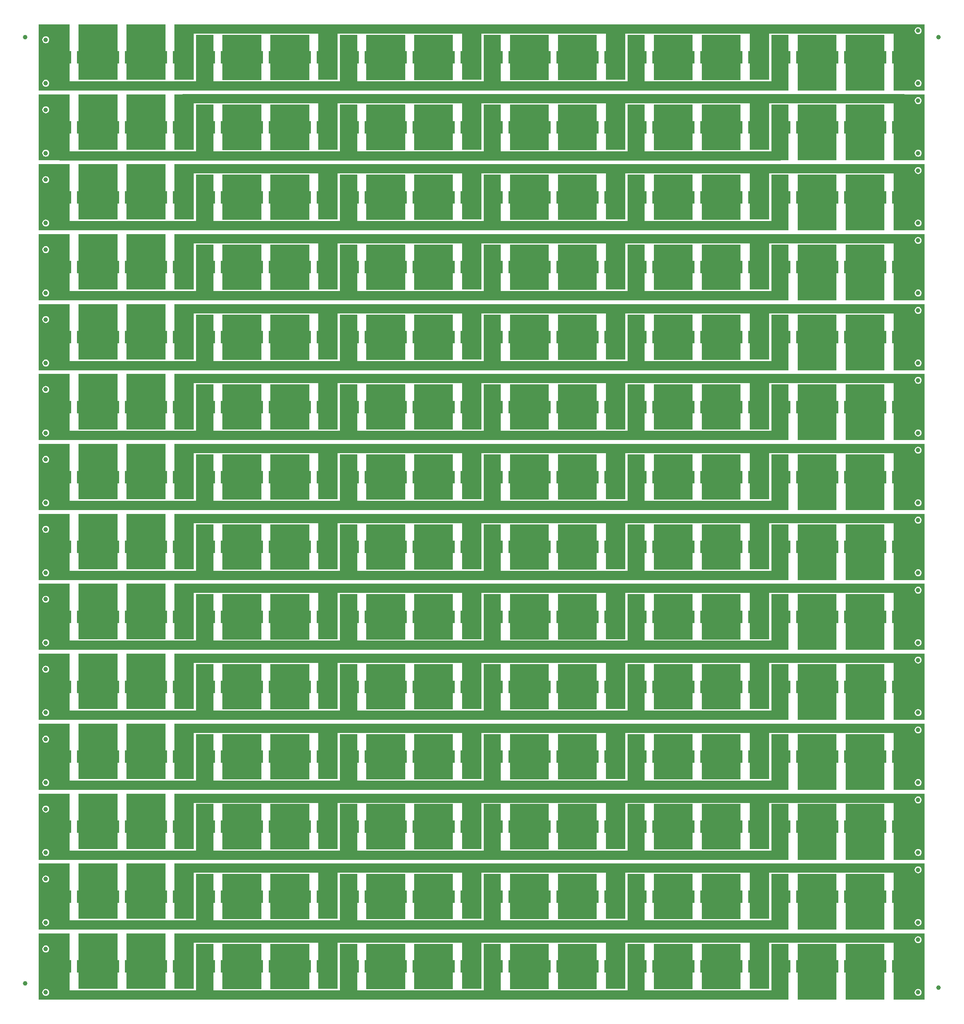
<source format=gbl>
G04 Layer_Physical_Order=2*
G04 Layer_Color=16711680*
%FSLAX44Y44*%
%MOMM*%
G71*
G01*
G75*
%ADD10C,1.0000*%
%ADD23C,2.0000*%
%ADD27C,0.8000*%
%ADD28R,2.0000X2.8000*%
G36*
X1913750Y2276649D02*
X1871500D01*
X1871500Y2397881D01*
X1913750D01*
Y2276649D01*
D02*
G37*
G36*
X1598750D02*
X1556500D01*
X1556500Y2397881D01*
X1598750D01*
Y2276649D01*
D02*
G37*
G36*
X1283750D02*
X1241500D01*
X1241500Y2397881D01*
X1283750D01*
Y2276649D01*
D02*
G37*
G36*
X969000D02*
X926750D01*
X926750Y2397881D01*
X969000D01*
Y2276649D01*
D02*
G37*
G36*
X654000D02*
X611750D01*
X611750Y2397881D01*
X654000D01*
Y2276649D01*
D02*
G37*
G36*
X591750D02*
X506750D01*
X506750Y2397881D01*
X591750D01*
Y2276649D01*
D02*
G37*
G36*
X486750D02*
X401750D01*
X401750Y2397881D01*
X486750D01*
Y2276649D01*
D02*
G37*
G36*
X1851500Y2275898D02*
X1766500D01*
X1766500Y2375102D01*
X1851500D01*
Y2275898D01*
D02*
G37*
G36*
X1746500D02*
X1661500D01*
X1661500Y2375102D01*
X1746500D01*
Y2275898D01*
D02*
G37*
G36*
X1536500D02*
X1451500D01*
X1451500Y2375102D01*
X1536500D01*
Y2275898D01*
D02*
G37*
G36*
X1431500D02*
X1346500D01*
X1346500Y2375102D01*
X1431500D01*
Y2275898D01*
D02*
G37*
G36*
X1221500D02*
X1136750D01*
X1136750Y2375102D01*
X1221500D01*
Y2275898D01*
D02*
G37*
G36*
X1116750D02*
X1031750D01*
X1031750Y2375102D01*
X1116750D01*
Y2275898D01*
D02*
G37*
G36*
X906750D02*
X821750D01*
X821750Y2375102D01*
X906750D01*
Y2275898D01*
D02*
G37*
G36*
X801750D02*
X716750D01*
X716750Y2375102D01*
X801750D01*
Y2275898D01*
D02*
G37*
G36*
X2253881Y2253119D02*
X2186750D01*
Y2397881D01*
X2253881D01*
Y2253119D01*
D02*
G37*
G36*
X2166250D02*
X2081500D01*
X2081500Y2375102D01*
X2166250D01*
Y2253119D01*
D02*
G37*
G36*
X2061500D02*
X1976500D01*
X1976500Y2375102D01*
X2061500D01*
Y2253119D01*
D02*
G37*
G36*
X1956500D02*
X1918750D01*
X1918750Y2375102D01*
X1956500D01*
Y2253119D01*
D02*
G37*
G36*
X1641500D02*
X1603750D01*
X1603750Y2375102D01*
X1641500D01*
Y2253119D01*
D02*
G37*
G36*
X1326500D02*
X1288750D01*
X1288750Y2375102D01*
X1326500D01*
Y2253119D01*
D02*
G37*
G36*
X1011750D02*
X974000D01*
X974000Y2375102D01*
X1011750D01*
Y2253119D01*
D02*
G37*
G36*
X696750D02*
X659000D01*
X659000Y2375102D01*
X696750D01*
Y2253119D01*
D02*
G37*
G36*
X381750D02*
X314119D01*
Y2397881D01*
X381750D01*
Y2253119D01*
D02*
G37*
G36*
X1913750Y2123649D02*
X1871500D01*
X1871500Y2244881D01*
X1913750D01*
Y2123649D01*
D02*
G37*
G36*
X1598750D02*
X1556500D01*
X1556500Y2244881D01*
X1598750D01*
Y2123649D01*
D02*
G37*
G36*
X1283750D02*
X1241500D01*
X1241500Y2244881D01*
X1283750D01*
Y2123649D01*
D02*
G37*
G36*
X969000D02*
X926750D01*
X926750Y2244881D01*
X969000D01*
Y2123649D01*
D02*
G37*
G36*
X654000D02*
X611750D01*
X611750Y2244881D01*
X654000D01*
Y2123649D01*
D02*
G37*
G36*
X591750D02*
X506750D01*
X506750Y2244881D01*
X591750D01*
Y2123649D01*
D02*
G37*
G36*
X486750D02*
X401750D01*
X401750Y2244881D01*
X486750D01*
Y2123649D01*
D02*
G37*
G36*
X1851500Y2122899D02*
X1766500D01*
X1766500Y2222102D01*
X1851500D01*
Y2122899D01*
D02*
G37*
G36*
X1746500D02*
X1661500D01*
X1661500Y2222102D01*
X1746500D01*
Y2122899D01*
D02*
G37*
G36*
X1536500D02*
X1451500D01*
X1451500Y2222102D01*
X1536500D01*
Y2122899D01*
D02*
G37*
G36*
X1431500D02*
X1346500D01*
X1346500Y2222102D01*
X1431500D01*
Y2122899D01*
D02*
G37*
G36*
X1221500D02*
X1136750D01*
X1136750Y2222102D01*
X1221500D01*
Y2122899D01*
D02*
G37*
G36*
X1116750D02*
X1031750D01*
X1031750Y2222102D01*
X1116750D01*
Y2122899D01*
D02*
G37*
G36*
X906750D02*
X821750D01*
X821750Y2222102D01*
X906750D01*
Y2122899D01*
D02*
G37*
G36*
X801750D02*
X716750D01*
X716750Y2222102D01*
X801750D01*
Y2122899D01*
D02*
G37*
G36*
X2253881Y2100119D02*
X2186750D01*
Y2244881D01*
X2253881D01*
Y2100119D01*
D02*
G37*
G36*
X2166250D02*
X2081500D01*
X2081500Y2222102D01*
X2166250D01*
Y2100119D01*
D02*
G37*
G36*
X2061500D02*
X1976500D01*
X1976500Y2222102D01*
X2061500D01*
Y2100119D01*
D02*
G37*
G36*
X1956500D02*
X1918750D01*
X1918750Y2222102D01*
X1956500D01*
Y2100119D01*
D02*
G37*
G36*
X1641500D02*
X1603750D01*
X1603750Y2222102D01*
X1641500D01*
Y2100119D01*
D02*
G37*
G36*
X1326500D02*
X1288750D01*
X1288750Y2222102D01*
X1326500D01*
Y2100119D01*
D02*
G37*
G36*
X1011750D02*
X974000D01*
X974000Y2222102D01*
X1011750D01*
Y2100119D01*
D02*
G37*
G36*
X696750D02*
X659000D01*
X659000Y2222102D01*
X696750D01*
Y2100119D01*
D02*
G37*
G36*
X381750D02*
X314119D01*
Y2244881D01*
X381750D01*
Y2100119D01*
D02*
G37*
G36*
X1913750Y1970648D02*
X1871500D01*
X1871500Y2091881D01*
X1913750D01*
Y1970648D01*
D02*
G37*
G36*
X1598750D02*
X1556500D01*
X1556500Y2091881D01*
X1598750D01*
Y1970648D01*
D02*
G37*
G36*
X1283750D02*
X1241500D01*
X1241500Y2091881D01*
X1283750D01*
Y1970648D01*
D02*
G37*
G36*
X969000D02*
X926750D01*
X926750Y2091881D01*
X969000D01*
Y1970648D01*
D02*
G37*
G36*
X654000D02*
X611750D01*
X611750Y2091881D01*
X654000D01*
Y1970648D01*
D02*
G37*
G36*
X591750D02*
X506750D01*
X506750Y2091881D01*
X591750D01*
Y1970648D01*
D02*
G37*
G36*
X486750D02*
X401750D01*
X401750Y2091881D01*
X486750D01*
Y1970648D01*
D02*
G37*
G36*
X1851500Y1969898D02*
X1766500D01*
X1766500Y2069102D01*
X1851500D01*
Y1969898D01*
D02*
G37*
G36*
X1746500D02*
X1661500D01*
X1661500Y2069102D01*
X1746500D01*
Y1969898D01*
D02*
G37*
G36*
X1536500D02*
X1451500D01*
X1451500Y2069102D01*
X1536500D01*
Y1969898D01*
D02*
G37*
G36*
X1431500D02*
X1346500D01*
X1346500Y2069102D01*
X1431500D01*
Y1969898D01*
D02*
G37*
G36*
X1221500D02*
X1136750D01*
X1136750Y2069102D01*
X1221500D01*
Y1969898D01*
D02*
G37*
G36*
X1116750D02*
X1031750D01*
X1031750Y2069102D01*
X1116750D01*
Y1969898D01*
D02*
G37*
G36*
X906750D02*
X821750D01*
X821750Y2069102D01*
X906750D01*
Y1969898D01*
D02*
G37*
G36*
X801750D02*
X716750D01*
X716750Y2069102D01*
X801750D01*
Y1969898D01*
D02*
G37*
G36*
X2253881Y1947119D02*
X2186750D01*
Y2091881D01*
X2253881D01*
Y1947119D01*
D02*
G37*
G36*
X2166250D02*
X2081500D01*
X2081500Y2069102D01*
X2166250D01*
Y1947119D01*
D02*
G37*
G36*
X2061500D02*
X1976500D01*
X1976500Y2069102D01*
X2061500D01*
Y1947119D01*
D02*
G37*
G36*
X1956500D02*
X1918750D01*
X1918750Y2069102D01*
X1956500D01*
Y1947119D01*
D02*
G37*
G36*
X1641500D02*
X1603750D01*
X1603750Y2069102D01*
X1641500D01*
Y1947119D01*
D02*
G37*
G36*
X1326500D02*
X1288750D01*
X1288750Y2069102D01*
X1326500D01*
Y1947119D01*
D02*
G37*
G36*
X1011750D02*
X974000D01*
X974000Y2069102D01*
X1011750D01*
Y1947119D01*
D02*
G37*
G36*
X696750D02*
X659000D01*
X659000Y2069102D01*
X696750D01*
Y1947119D01*
D02*
G37*
G36*
X381750D02*
X314119D01*
Y2091881D01*
X381750D01*
Y1947119D01*
D02*
G37*
G36*
X1913750Y1817648D02*
X1871500D01*
X1871500Y1938881D01*
X1913750D01*
Y1817648D01*
D02*
G37*
G36*
X1598750D02*
X1556500D01*
X1556500Y1938881D01*
X1598750D01*
Y1817648D01*
D02*
G37*
G36*
X1283750D02*
X1241500D01*
X1241500Y1938881D01*
X1283750D01*
Y1817648D01*
D02*
G37*
G36*
X969000D02*
X926750D01*
X926750Y1938881D01*
X969000D01*
Y1817648D01*
D02*
G37*
G36*
X654000D02*
X611750D01*
X611750Y1938881D01*
X654000D01*
Y1817648D01*
D02*
G37*
G36*
X591750D02*
X506750D01*
X506750Y1938881D01*
X591750D01*
Y1817648D01*
D02*
G37*
G36*
X486750D02*
X401750D01*
X401750Y1938881D01*
X486750D01*
Y1817648D01*
D02*
G37*
G36*
X1851500Y1816898D02*
X1766500D01*
X1766500Y1916102D01*
X1851500D01*
Y1816898D01*
D02*
G37*
G36*
X1746500D02*
X1661500D01*
X1661500Y1916102D01*
X1746500D01*
Y1816898D01*
D02*
G37*
G36*
X1536500D02*
X1451500D01*
X1451500Y1916102D01*
X1536500D01*
Y1816898D01*
D02*
G37*
G36*
X1431500D02*
X1346500D01*
X1346500Y1916102D01*
X1431500D01*
Y1816898D01*
D02*
G37*
G36*
X1221500D02*
X1136750D01*
X1136750Y1916102D01*
X1221500D01*
Y1816898D01*
D02*
G37*
G36*
X1116750D02*
X1031750D01*
X1031750Y1916102D01*
X1116750D01*
Y1816898D01*
D02*
G37*
G36*
X906750D02*
X821750D01*
X821750Y1916102D01*
X906750D01*
Y1816898D01*
D02*
G37*
G36*
X801750D02*
X716750D01*
X716750Y1916102D01*
X801750D01*
Y1816898D01*
D02*
G37*
G36*
X2253881Y1794119D02*
X2186750D01*
Y1938881D01*
X2253881D01*
Y1794119D01*
D02*
G37*
G36*
X2166250D02*
X2081500D01*
X2081500Y1916102D01*
X2166250D01*
Y1794119D01*
D02*
G37*
G36*
X2061500D02*
X1976500D01*
X1976500Y1916102D01*
X2061500D01*
Y1794119D01*
D02*
G37*
G36*
X1956500D02*
X1918750D01*
X1918750Y1916102D01*
X1956500D01*
Y1794119D01*
D02*
G37*
G36*
X1641500D02*
X1603750D01*
X1603750Y1916102D01*
X1641500D01*
Y1794119D01*
D02*
G37*
G36*
X1326500D02*
X1288750D01*
X1288750Y1916102D01*
X1326500D01*
Y1794119D01*
D02*
G37*
G36*
X1011750D02*
X974000D01*
X974000Y1916102D01*
X1011750D01*
Y1794119D01*
D02*
G37*
G36*
X696750D02*
X659000D01*
X659000Y1916102D01*
X696750D01*
Y1794119D01*
D02*
G37*
G36*
X381750D02*
X314119D01*
Y1938881D01*
X381750D01*
Y1794119D01*
D02*
G37*
G36*
X1913750Y1664648D02*
X1871500D01*
X1871500Y1785881D01*
X1913750D01*
Y1664648D01*
D02*
G37*
G36*
X1598750D02*
X1556500D01*
X1556500Y1785881D01*
X1598750D01*
Y1664648D01*
D02*
G37*
G36*
X1283750D02*
X1241500D01*
X1241500Y1785881D01*
X1283750D01*
Y1664648D01*
D02*
G37*
G36*
X969000D02*
X926750D01*
X926750Y1785881D01*
X969000D01*
Y1664648D01*
D02*
G37*
G36*
X654000D02*
X611750D01*
X611750Y1785881D01*
X654000D01*
Y1664648D01*
D02*
G37*
G36*
X591750D02*
X506750D01*
X506750Y1785881D01*
X591750D01*
Y1664648D01*
D02*
G37*
G36*
X486750D02*
X401750D01*
X401750Y1785881D01*
X486750D01*
Y1664648D01*
D02*
G37*
G36*
X1851500Y1663898D02*
X1766500D01*
X1766500Y1763102D01*
X1851500D01*
Y1663898D01*
D02*
G37*
G36*
X1746500D02*
X1661500D01*
X1661500Y1763102D01*
X1746500D01*
Y1663898D01*
D02*
G37*
G36*
X1536500D02*
X1451500D01*
X1451500Y1763102D01*
X1536500D01*
Y1663898D01*
D02*
G37*
G36*
X1431500D02*
X1346500D01*
X1346500Y1763102D01*
X1431500D01*
Y1663898D01*
D02*
G37*
G36*
X1221500D02*
X1136750D01*
X1136750Y1763102D01*
X1221500D01*
Y1663898D01*
D02*
G37*
G36*
X1116750D02*
X1031750D01*
X1031750Y1763102D01*
X1116750D01*
Y1663898D01*
D02*
G37*
G36*
X906750D02*
X821750D01*
X821750Y1763102D01*
X906750D01*
Y1663898D01*
D02*
G37*
G36*
X801750D02*
X716750D01*
X716750Y1763102D01*
X801750D01*
Y1663898D01*
D02*
G37*
G36*
X2253881Y1641119D02*
X2186750D01*
Y1785881D01*
X2253881D01*
Y1641119D01*
D02*
G37*
G36*
X2166250D02*
X2081500D01*
X2081500Y1763102D01*
X2166250D01*
Y1641119D01*
D02*
G37*
G36*
X2061500D02*
X1976500D01*
X1976500Y1763102D01*
X2061500D01*
Y1641119D01*
D02*
G37*
G36*
X1956500D02*
X1918750D01*
X1918750Y1763102D01*
X1956500D01*
Y1641119D01*
D02*
G37*
G36*
X1641500D02*
X1603750D01*
X1603750Y1763102D01*
X1641500D01*
Y1641119D01*
D02*
G37*
G36*
X1326500D02*
X1288750D01*
X1288750Y1763102D01*
X1326500D01*
Y1641119D01*
D02*
G37*
G36*
X1011750D02*
X974000D01*
X974000Y1763102D01*
X1011750D01*
Y1641119D01*
D02*
G37*
G36*
X696750D02*
X659000D01*
X659000Y1763102D01*
X696750D01*
Y1641119D01*
D02*
G37*
G36*
X381750D02*
X314119D01*
Y1785881D01*
X381750D01*
Y1641119D01*
D02*
G37*
G36*
X1913750Y1511648D02*
X1871500D01*
X1871500Y1632881D01*
X1913750D01*
Y1511648D01*
D02*
G37*
G36*
X1598750D02*
X1556500D01*
X1556500Y1632881D01*
X1598750D01*
Y1511648D01*
D02*
G37*
G36*
X1283750D02*
X1241500D01*
X1241500Y1632881D01*
X1283750D01*
Y1511648D01*
D02*
G37*
G36*
X969000D02*
X926750D01*
X926750Y1632881D01*
X969000D01*
Y1511648D01*
D02*
G37*
G36*
X654000D02*
X611750D01*
X611750Y1632881D01*
X654000D01*
Y1511648D01*
D02*
G37*
G36*
X591750D02*
X506750D01*
X506750Y1632881D01*
X591750D01*
Y1511648D01*
D02*
G37*
G36*
X486750D02*
X401750D01*
X401750Y1632881D01*
X486750D01*
Y1511648D01*
D02*
G37*
G36*
X1851500Y1510898D02*
X1766500D01*
X1766500Y1610102D01*
X1851500D01*
Y1510898D01*
D02*
G37*
G36*
X1746500D02*
X1661500D01*
X1661500Y1610102D01*
X1746500D01*
Y1510898D01*
D02*
G37*
G36*
X1536500D02*
X1451500D01*
X1451500Y1610102D01*
X1536500D01*
Y1510898D01*
D02*
G37*
G36*
X1431500D02*
X1346500D01*
X1346500Y1610102D01*
X1431500D01*
Y1510898D01*
D02*
G37*
G36*
X1221500D02*
X1136750D01*
X1136750Y1610102D01*
X1221500D01*
Y1510898D01*
D02*
G37*
G36*
X1116750D02*
X1031750D01*
X1031750Y1610102D01*
X1116750D01*
Y1510898D01*
D02*
G37*
G36*
X906750D02*
X821750D01*
X821750Y1610102D01*
X906750D01*
Y1510898D01*
D02*
G37*
G36*
X801750D02*
X716750D01*
X716750Y1610102D01*
X801750D01*
Y1510898D01*
D02*
G37*
G36*
X2253881Y1488119D02*
X2186750D01*
Y1632881D01*
X2253881D01*
Y1488119D01*
D02*
G37*
G36*
X2166250D02*
X2081500D01*
X2081500Y1610102D01*
X2166250D01*
Y1488119D01*
D02*
G37*
G36*
X2061500D02*
X1976500D01*
X1976500Y1610102D01*
X2061500D01*
Y1488119D01*
D02*
G37*
G36*
X1956500D02*
X1918750D01*
X1918750Y1610102D01*
X1956500D01*
Y1488119D01*
D02*
G37*
G36*
X1641500D02*
X1603750D01*
X1603750Y1610102D01*
X1641500D01*
Y1488119D01*
D02*
G37*
G36*
X1326500D02*
X1288750D01*
X1288750Y1610102D01*
X1326500D01*
Y1488119D01*
D02*
G37*
G36*
X1011750D02*
X974000D01*
X974000Y1610102D01*
X1011750D01*
Y1488119D01*
D02*
G37*
G36*
X696750D02*
X659000D01*
X659000Y1610102D01*
X696750D01*
Y1488119D01*
D02*
G37*
G36*
X381750D02*
X314119D01*
Y1632881D01*
X381750D01*
Y1488119D01*
D02*
G37*
G36*
X1913750Y1358648D02*
X1871500D01*
X1871500Y1479881D01*
X1913750D01*
Y1358648D01*
D02*
G37*
G36*
X1598750D02*
X1556500D01*
X1556500Y1479881D01*
X1598750D01*
Y1358648D01*
D02*
G37*
G36*
X1283750D02*
X1241500D01*
X1241500Y1479881D01*
X1283750D01*
Y1358648D01*
D02*
G37*
G36*
X969000D02*
X926750D01*
X926750Y1479881D01*
X969000D01*
Y1358648D01*
D02*
G37*
G36*
X654000D02*
X611750D01*
X611750Y1479881D01*
X654000D01*
Y1358648D01*
D02*
G37*
G36*
X591750D02*
X506750D01*
X506750Y1479881D01*
X591750D01*
Y1358648D01*
D02*
G37*
G36*
X486750D02*
X401750D01*
X401750Y1479881D01*
X486750D01*
Y1358648D01*
D02*
G37*
G36*
X1851500Y1357898D02*
X1766500D01*
X1766500Y1457102D01*
X1851500D01*
Y1357898D01*
D02*
G37*
G36*
X1746500D02*
X1661500D01*
X1661500Y1457102D01*
X1746500D01*
Y1357898D01*
D02*
G37*
G36*
X1536500D02*
X1451500D01*
X1451500Y1457102D01*
X1536500D01*
Y1357898D01*
D02*
G37*
G36*
X1431500D02*
X1346500D01*
X1346500Y1457102D01*
X1431500D01*
Y1357898D01*
D02*
G37*
G36*
X1221500D02*
X1136750D01*
X1136750Y1457102D01*
X1221500D01*
Y1357898D01*
D02*
G37*
G36*
X1116750D02*
X1031750D01*
X1031750Y1457102D01*
X1116750D01*
Y1357898D01*
D02*
G37*
G36*
X906750D02*
X821750D01*
X821750Y1457102D01*
X906750D01*
Y1357898D01*
D02*
G37*
G36*
X801750D02*
X716750D01*
X716750Y1457102D01*
X801750D01*
Y1357898D01*
D02*
G37*
G36*
X2253881Y1335119D02*
X2186750D01*
Y1479881D01*
X2253881D01*
Y1335119D01*
D02*
G37*
G36*
X2166250D02*
X2081500D01*
X2081500Y1457102D01*
X2166250D01*
Y1335119D01*
D02*
G37*
G36*
X2061500D02*
X1976500D01*
X1976500Y1457102D01*
X2061500D01*
Y1335119D01*
D02*
G37*
G36*
X1956500D02*
X1918750D01*
X1918750Y1457102D01*
X1956500D01*
Y1335119D01*
D02*
G37*
G36*
X1641500D02*
X1603750D01*
X1603750Y1457102D01*
X1641500D01*
Y1335119D01*
D02*
G37*
G36*
X1326500D02*
X1288750D01*
X1288750Y1457102D01*
X1326500D01*
Y1335119D01*
D02*
G37*
G36*
X1011750D02*
X974000D01*
X974000Y1457102D01*
X1011750D01*
Y1335119D01*
D02*
G37*
G36*
X696750D02*
X659000D01*
X659000Y1457102D01*
X696750D01*
Y1335119D01*
D02*
G37*
G36*
X381750D02*
X314119D01*
Y1479881D01*
X381750D01*
Y1335119D01*
D02*
G37*
G36*
X1913750Y1205648D02*
X1871500D01*
X1871500Y1326881D01*
X1913750D01*
Y1205648D01*
D02*
G37*
G36*
X1598750D02*
X1556500D01*
X1556500Y1326881D01*
X1598750D01*
Y1205648D01*
D02*
G37*
G36*
X1283750D02*
X1241500D01*
X1241500Y1326881D01*
X1283750D01*
Y1205648D01*
D02*
G37*
G36*
X969000D02*
X926750D01*
X926750Y1326881D01*
X969000D01*
Y1205648D01*
D02*
G37*
G36*
X654000D02*
X611750D01*
X611750Y1326881D01*
X654000D01*
Y1205648D01*
D02*
G37*
G36*
X591750D02*
X506750D01*
X506750Y1326881D01*
X591750D01*
Y1205648D01*
D02*
G37*
G36*
X486750D02*
X401750D01*
X401750Y1326881D01*
X486750D01*
Y1205648D01*
D02*
G37*
G36*
X1851500Y1204898D02*
X1766500D01*
X1766500Y1304102D01*
X1851500D01*
Y1204898D01*
D02*
G37*
G36*
X1746500D02*
X1661500D01*
X1661500Y1304102D01*
X1746500D01*
Y1204898D01*
D02*
G37*
G36*
X1536500D02*
X1451500D01*
X1451500Y1304102D01*
X1536500D01*
Y1204898D01*
D02*
G37*
G36*
X1431500D02*
X1346500D01*
X1346500Y1304102D01*
X1431500D01*
Y1204898D01*
D02*
G37*
G36*
X1221500D02*
X1136750D01*
X1136750Y1304102D01*
X1221500D01*
Y1204898D01*
D02*
G37*
G36*
X1116750D02*
X1031750D01*
X1031750Y1304102D01*
X1116750D01*
Y1204898D01*
D02*
G37*
G36*
X906750D02*
X821750D01*
X821750Y1304102D01*
X906750D01*
Y1204898D01*
D02*
G37*
G36*
X801750D02*
X716750D01*
X716750Y1304102D01*
X801750D01*
Y1204898D01*
D02*
G37*
G36*
X2253881Y1182119D02*
X2186750D01*
Y1326881D01*
X2253881D01*
Y1182119D01*
D02*
G37*
G36*
X2166250D02*
X2081500D01*
X2081500Y1304102D01*
X2166250D01*
Y1182119D01*
D02*
G37*
G36*
X2061500D02*
X1976500D01*
X1976500Y1304102D01*
X2061500D01*
Y1182119D01*
D02*
G37*
G36*
X1956500D02*
X1918750D01*
X1918750Y1304102D01*
X1956500D01*
Y1182119D01*
D02*
G37*
G36*
X1641500D02*
X1603750D01*
X1603750Y1304102D01*
X1641500D01*
Y1182119D01*
D02*
G37*
G36*
X1326500D02*
X1288750D01*
X1288750Y1304102D01*
X1326500D01*
Y1182119D01*
D02*
G37*
G36*
X1011750D02*
X974000D01*
X974000Y1304102D01*
X1011750D01*
Y1182119D01*
D02*
G37*
G36*
X696750D02*
X659000D01*
X659000Y1304102D01*
X696750D01*
Y1182119D01*
D02*
G37*
G36*
X381750D02*
X314119D01*
Y1326881D01*
X381750D01*
Y1182119D01*
D02*
G37*
G36*
X1913750Y1052648D02*
X1871500D01*
X1871500Y1173881D01*
X1913750D01*
Y1052648D01*
D02*
G37*
G36*
X1598750D02*
X1556500D01*
X1556500Y1173881D01*
X1598750D01*
Y1052648D01*
D02*
G37*
G36*
X1283750D02*
X1241500D01*
X1241500Y1173881D01*
X1283750D01*
Y1052648D01*
D02*
G37*
G36*
X969000D02*
X926750D01*
X926750Y1173881D01*
X969000D01*
Y1052648D01*
D02*
G37*
G36*
X654000D02*
X611750D01*
X611750Y1173881D01*
X654000D01*
Y1052648D01*
D02*
G37*
G36*
X591750D02*
X506750D01*
X506750Y1173881D01*
X591750D01*
Y1052648D01*
D02*
G37*
G36*
X486750D02*
X401750D01*
X401750Y1173881D01*
X486750D01*
Y1052648D01*
D02*
G37*
G36*
X1851500Y1051898D02*
X1766500D01*
X1766500Y1151102D01*
X1851500D01*
Y1051898D01*
D02*
G37*
G36*
X1746500D02*
X1661500D01*
X1661500Y1151102D01*
X1746500D01*
Y1051898D01*
D02*
G37*
G36*
X1536500D02*
X1451500D01*
X1451500Y1151102D01*
X1536500D01*
Y1051898D01*
D02*
G37*
G36*
X1431500D02*
X1346500D01*
X1346500Y1151102D01*
X1431500D01*
Y1051898D01*
D02*
G37*
G36*
X1221500D02*
X1136750D01*
X1136750Y1151102D01*
X1221500D01*
Y1051898D01*
D02*
G37*
G36*
X1116750D02*
X1031750D01*
X1031750Y1151102D01*
X1116750D01*
Y1051898D01*
D02*
G37*
G36*
X906750D02*
X821750D01*
X821750Y1151102D01*
X906750D01*
Y1051898D01*
D02*
G37*
G36*
X801750D02*
X716750D01*
X716750Y1151102D01*
X801750D01*
Y1051898D01*
D02*
G37*
G36*
X2253881Y1029119D02*
X2186750D01*
Y1173881D01*
X2253881D01*
Y1029119D01*
D02*
G37*
G36*
X2166250D02*
X2081500D01*
X2081500Y1151102D01*
X2166250D01*
Y1029119D01*
D02*
G37*
G36*
X2061500D02*
X1976500D01*
X1976500Y1151102D01*
X2061500D01*
Y1029119D01*
D02*
G37*
G36*
X1956500D02*
X1918750D01*
X1918750Y1151102D01*
X1956500D01*
Y1029119D01*
D02*
G37*
G36*
X1641500D02*
X1603750D01*
X1603750Y1151102D01*
X1641500D01*
Y1029119D01*
D02*
G37*
G36*
X1326500D02*
X1288750D01*
X1288750Y1151102D01*
X1326500D01*
Y1029119D01*
D02*
G37*
G36*
X1011750D02*
X974000D01*
X974000Y1151102D01*
X1011750D01*
Y1029119D01*
D02*
G37*
G36*
X696750D02*
X659000D01*
X659000Y1151102D01*
X696750D01*
Y1029119D01*
D02*
G37*
G36*
X381750D02*
X314119D01*
Y1173881D01*
X381750D01*
Y1029119D01*
D02*
G37*
G36*
X1913750Y899648D02*
X1871500D01*
X1871500Y1020881D01*
X1913750D01*
Y899648D01*
D02*
G37*
G36*
X1598750D02*
X1556500D01*
X1556500Y1020881D01*
X1598750D01*
Y899648D01*
D02*
G37*
G36*
X1283750D02*
X1241500D01*
X1241500Y1020881D01*
X1283750D01*
Y899648D01*
D02*
G37*
G36*
X969000D02*
X926750D01*
X926750Y1020881D01*
X969000D01*
Y899648D01*
D02*
G37*
G36*
X654000D02*
X611750D01*
X611750Y1020881D01*
X654000D01*
Y899648D01*
D02*
G37*
G36*
X591750D02*
X506750D01*
X506750Y1020881D01*
X591750D01*
Y899648D01*
D02*
G37*
G36*
X486750D02*
X401750D01*
X401750Y1020881D01*
X486750D01*
Y899648D01*
D02*
G37*
G36*
X1851500Y898898D02*
X1766500D01*
X1766500Y998102D01*
X1851500D01*
Y898898D01*
D02*
G37*
G36*
X1746500D02*
X1661500D01*
X1661500Y998102D01*
X1746500D01*
Y898898D01*
D02*
G37*
G36*
X1536500D02*
X1451500D01*
X1451500Y998102D01*
X1536500D01*
Y898898D01*
D02*
G37*
G36*
X1431500D02*
X1346500D01*
X1346500Y998102D01*
X1431500D01*
Y898898D01*
D02*
G37*
G36*
X1221500D02*
X1136750D01*
X1136750Y998102D01*
X1221500D01*
Y898898D01*
D02*
G37*
G36*
X1116750D02*
X1031750D01*
X1031750Y998102D01*
X1116750D01*
Y898898D01*
D02*
G37*
G36*
X906750D02*
X821750D01*
X821750Y998102D01*
X906750D01*
Y898898D01*
D02*
G37*
G36*
X801750D02*
X716750D01*
X716750Y998102D01*
X801750D01*
Y898898D01*
D02*
G37*
G36*
X2253881Y876119D02*
X2186750D01*
Y1020881D01*
X2253881D01*
Y876119D01*
D02*
G37*
G36*
X2166250D02*
X2081500D01*
X2081500Y998102D01*
X2166250D01*
Y876119D01*
D02*
G37*
G36*
X2061500D02*
X1976500D01*
X1976500Y998102D01*
X2061500D01*
Y876119D01*
D02*
G37*
G36*
X1956500D02*
X1918750D01*
X1918750Y998102D01*
X1956500D01*
Y876119D01*
D02*
G37*
G36*
X1641500D02*
X1603750D01*
X1603750Y998102D01*
X1641500D01*
Y876119D01*
D02*
G37*
G36*
X1326500D02*
X1288750D01*
X1288750Y998102D01*
X1326500D01*
Y876119D01*
D02*
G37*
G36*
X1011750D02*
X974000D01*
X974000Y998102D01*
X1011750D01*
Y876119D01*
D02*
G37*
G36*
X696750D02*
X659000D01*
X659000Y998102D01*
X696750D01*
Y876119D01*
D02*
G37*
G36*
X381750D02*
X314119D01*
Y1020881D01*
X381750D01*
Y876119D01*
D02*
G37*
G36*
X1913750Y746648D02*
X1871500D01*
X1871500Y867881D01*
X1913750D01*
Y746648D01*
D02*
G37*
G36*
X1598750D02*
X1556500D01*
X1556500Y867881D01*
X1598750D01*
Y746648D01*
D02*
G37*
G36*
X1283750D02*
X1241500D01*
X1241500Y867881D01*
X1283750D01*
Y746648D01*
D02*
G37*
G36*
X969000D02*
X926750D01*
X926750Y867881D01*
X969000D01*
Y746648D01*
D02*
G37*
G36*
X654000D02*
X611750D01*
X611750Y867881D01*
X654000D01*
Y746648D01*
D02*
G37*
G36*
X591750D02*
X506750D01*
X506750Y867881D01*
X591750D01*
Y746648D01*
D02*
G37*
G36*
X486750D02*
X401750D01*
X401750Y867881D01*
X486750D01*
Y746648D01*
D02*
G37*
G36*
X1851500Y745898D02*
X1766500D01*
X1766500Y845102D01*
X1851500D01*
Y745898D01*
D02*
G37*
G36*
X1746500D02*
X1661500D01*
X1661500Y845102D01*
X1746500D01*
Y745898D01*
D02*
G37*
G36*
X1536500D02*
X1451500D01*
X1451500Y845102D01*
X1536500D01*
Y745898D01*
D02*
G37*
G36*
X1431500D02*
X1346500D01*
X1346500Y845102D01*
X1431500D01*
Y745898D01*
D02*
G37*
G36*
X1221500D02*
X1136750D01*
X1136750Y845102D01*
X1221500D01*
Y745898D01*
D02*
G37*
G36*
X1116750D02*
X1031750D01*
X1031750Y845102D01*
X1116750D01*
Y745898D01*
D02*
G37*
G36*
X906750D02*
X821750D01*
X821750Y845102D01*
X906750D01*
Y745898D01*
D02*
G37*
G36*
X801750D02*
X716750D01*
X716750Y845102D01*
X801750D01*
Y745898D01*
D02*
G37*
G36*
X2253881Y723119D02*
X2186750D01*
Y867881D01*
X2253881D01*
Y723119D01*
D02*
G37*
G36*
X2166250D02*
X2081500D01*
X2081500Y845102D01*
X2166250D01*
Y723119D01*
D02*
G37*
G36*
X2061500D02*
X1976500D01*
X1976500Y845102D01*
X2061500D01*
Y723119D01*
D02*
G37*
G36*
X1956500D02*
X1918750D01*
X1918750Y845102D01*
X1956500D01*
Y723119D01*
D02*
G37*
G36*
X1641500D02*
X1603750D01*
X1603750Y845102D01*
X1641500D01*
Y723119D01*
D02*
G37*
G36*
X1326500D02*
X1288750D01*
X1288750Y845102D01*
X1326500D01*
Y723119D01*
D02*
G37*
G36*
X1011750D02*
X974000D01*
X974000Y845102D01*
X1011750D01*
Y723119D01*
D02*
G37*
G36*
X696750D02*
X659000D01*
X659000Y845102D01*
X696750D01*
Y723119D01*
D02*
G37*
G36*
X381750D02*
X314119D01*
Y867881D01*
X381750D01*
Y723119D01*
D02*
G37*
G36*
X1913750Y593648D02*
X1871500D01*
X1871500Y714881D01*
X1913750D01*
Y593648D01*
D02*
G37*
G36*
X1598750D02*
X1556500D01*
X1556500Y714881D01*
X1598750D01*
Y593648D01*
D02*
G37*
G36*
X1283750D02*
X1241500D01*
X1241500Y714881D01*
X1283750D01*
Y593648D01*
D02*
G37*
G36*
X969000D02*
X926750D01*
X926750Y714881D01*
X969000D01*
Y593648D01*
D02*
G37*
G36*
X654000D02*
X611750D01*
X611750Y714881D01*
X654000D01*
Y593648D01*
D02*
G37*
G36*
X591750D02*
X506750D01*
X506750Y714881D01*
X591750D01*
Y593648D01*
D02*
G37*
G36*
X486750D02*
X401750D01*
X401750Y714881D01*
X486750D01*
Y593648D01*
D02*
G37*
G36*
X1851500Y592898D02*
X1766500D01*
X1766500Y692102D01*
X1851500D01*
Y592898D01*
D02*
G37*
G36*
X1746500D02*
X1661500D01*
X1661500Y692102D01*
X1746500D01*
Y592898D01*
D02*
G37*
G36*
X1536500D02*
X1451500D01*
X1451500Y692102D01*
X1536500D01*
Y592898D01*
D02*
G37*
G36*
X1431500D02*
X1346500D01*
X1346500Y692102D01*
X1431500D01*
Y592898D01*
D02*
G37*
G36*
X1221500D02*
X1136750D01*
X1136750Y692102D01*
X1221500D01*
Y592898D01*
D02*
G37*
G36*
X1116750D02*
X1031750D01*
X1031750Y692102D01*
X1116750D01*
Y592898D01*
D02*
G37*
G36*
X906750D02*
X821750D01*
X821750Y692102D01*
X906750D01*
Y592898D01*
D02*
G37*
G36*
X801750D02*
X716750D01*
X716750Y692102D01*
X801750D01*
Y592898D01*
D02*
G37*
G36*
X2253881Y570119D02*
X2186750D01*
Y714881D01*
X2253881D01*
Y570119D01*
D02*
G37*
G36*
X2166250D02*
X2081500D01*
X2081500Y692102D01*
X2166250D01*
Y570119D01*
D02*
G37*
G36*
X2061500D02*
X1976500D01*
X1976500Y692102D01*
X2061500D01*
Y570119D01*
D02*
G37*
G36*
X1956500D02*
X1918750D01*
X1918750Y692102D01*
X1956500D01*
Y570119D01*
D02*
G37*
G36*
X1641500D02*
X1603750D01*
X1603750Y692102D01*
X1641500D01*
Y570119D01*
D02*
G37*
G36*
X1326500D02*
X1288750D01*
X1288750Y692102D01*
X1326500D01*
Y570119D01*
D02*
G37*
G36*
X1011750D02*
X974000D01*
X974000Y692102D01*
X1011750D01*
Y570119D01*
D02*
G37*
G36*
X696750D02*
X659000D01*
X659000Y692102D01*
X696750D01*
Y570119D01*
D02*
G37*
G36*
X381750D02*
X314119D01*
Y714881D01*
X381750D01*
Y570119D01*
D02*
G37*
G36*
X1913750Y440648D02*
X1871500D01*
X1871500Y561881D01*
X1913750D01*
Y440648D01*
D02*
G37*
G36*
X1598750D02*
X1556500D01*
X1556500Y561881D01*
X1598750D01*
Y440648D01*
D02*
G37*
G36*
X1283750D02*
X1241500D01*
X1241500Y561881D01*
X1283750D01*
Y440648D01*
D02*
G37*
G36*
X969000D02*
X926750D01*
X926750Y561881D01*
X969000D01*
Y440648D01*
D02*
G37*
G36*
X654000D02*
X611750D01*
X611750Y561881D01*
X654000D01*
Y440648D01*
D02*
G37*
G36*
X591750D02*
X506750D01*
X506750Y561881D01*
X591750D01*
Y440648D01*
D02*
G37*
G36*
X486750D02*
X401750D01*
X401750Y561881D01*
X486750D01*
Y440648D01*
D02*
G37*
G36*
X1851500Y439898D02*
X1766500D01*
X1766500Y539102D01*
X1851500D01*
Y439898D01*
D02*
G37*
G36*
X1746500D02*
X1661500D01*
X1661500Y539102D01*
X1746500D01*
Y439898D01*
D02*
G37*
G36*
X1536500D02*
X1451500D01*
X1451500Y539102D01*
X1536500D01*
Y439898D01*
D02*
G37*
G36*
X1431500D02*
X1346500D01*
X1346500Y539102D01*
X1431500D01*
Y439898D01*
D02*
G37*
G36*
X1221500D02*
X1136750D01*
X1136750Y539102D01*
X1221500D01*
Y439898D01*
D02*
G37*
G36*
X1116750D02*
X1031750D01*
X1031750Y539102D01*
X1116750D01*
Y439898D01*
D02*
G37*
G36*
X906750D02*
X821750D01*
X821750Y539102D01*
X906750D01*
Y439898D01*
D02*
G37*
G36*
X801750D02*
X716750D01*
X716750Y539102D01*
X801750D01*
Y439898D01*
D02*
G37*
G36*
X2253881Y417119D02*
X2186750D01*
Y561881D01*
X2253881D01*
Y417119D01*
D02*
G37*
G36*
X2166250D02*
X2081500D01*
X2081500Y539102D01*
X2166250D01*
Y417119D01*
D02*
G37*
G36*
X2061500D02*
X1976500D01*
X1976500Y539102D01*
X2061500D01*
Y417119D01*
D02*
G37*
G36*
X1956500D02*
X1918750D01*
X1918750Y539102D01*
X1956500D01*
Y417119D01*
D02*
G37*
G36*
X1641500D02*
X1603750D01*
X1603750Y539102D01*
X1641500D01*
Y417119D01*
D02*
G37*
G36*
X1326500D02*
X1288750D01*
X1288750Y539102D01*
X1326500D01*
Y417119D01*
D02*
G37*
G36*
X1011750D02*
X974000D01*
X974000Y539102D01*
X1011750D01*
Y417119D01*
D02*
G37*
G36*
X696750D02*
X659000D01*
X659000Y539102D01*
X696750D01*
Y417119D01*
D02*
G37*
G36*
X381750D02*
X314119D01*
Y561881D01*
X381750D01*
Y417119D01*
D02*
G37*
G36*
X1913750Y287648D02*
X1871500D01*
X1871500Y408881D01*
X1913750D01*
Y287648D01*
D02*
G37*
G36*
X1598750D02*
X1556500D01*
X1556500Y408881D01*
X1598750D01*
Y287648D01*
D02*
G37*
G36*
X1283750D02*
X1241500D01*
X1241500Y408881D01*
X1283750D01*
Y287648D01*
D02*
G37*
G36*
X969000D02*
X926750D01*
X926750Y408881D01*
X969000D01*
Y287648D01*
D02*
G37*
G36*
X654000D02*
X611750D01*
X611750Y408881D01*
X654000D01*
Y287648D01*
D02*
G37*
G36*
X591750D02*
X506750D01*
X506750Y408881D01*
X591750D01*
Y287648D01*
D02*
G37*
G36*
X486750D02*
X401750D01*
X401750Y408881D01*
X486750D01*
Y287648D01*
D02*
G37*
G36*
X1851500Y286898D02*
X1766500D01*
X1766500Y386102D01*
X1851500D01*
Y286898D01*
D02*
G37*
G36*
X1746500D02*
X1661500D01*
X1661500Y386102D01*
X1746500D01*
Y286898D01*
D02*
G37*
G36*
X1536500D02*
X1451500D01*
X1451500Y386102D01*
X1536500D01*
Y286898D01*
D02*
G37*
G36*
X1431500D02*
X1346500D01*
X1346500Y386102D01*
X1431500D01*
Y286898D01*
D02*
G37*
G36*
X1221500D02*
X1136750D01*
X1136750Y386102D01*
X1221500D01*
Y286898D01*
D02*
G37*
G36*
X1116750D02*
X1031750D01*
X1031750Y386102D01*
X1116750D01*
Y286898D01*
D02*
G37*
G36*
X906750D02*
X821750D01*
X821750Y386102D01*
X906750D01*
Y286898D01*
D02*
G37*
G36*
X801750D02*
X716750D01*
X716750Y386102D01*
X801750D01*
Y286898D01*
D02*
G37*
G36*
X2253881Y264119D02*
X2186750D01*
Y408881D01*
X2253881D01*
Y264119D01*
D02*
G37*
G36*
X2166250D02*
X2081500D01*
X2081500Y386102D01*
X2166250D01*
Y264119D01*
D02*
G37*
G36*
X2061500D02*
X1976500D01*
X1976500Y386102D01*
X2061500D01*
Y264119D01*
D02*
G37*
G36*
X1956500D02*
X1918750D01*
X1918750Y386102D01*
X1956500D01*
Y264119D01*
D02*
G37*
G36*
X1641500D02*
X1603750D01*
X1603750Y386102D01*
X1641500D01*
Y264119D01*
D02*
G37*
G36*
X1326500D02*
X1288750D01*
X1288750Y386102D01*
X1326500D01*
Y264119D01*
D02*
G37*
G36*
X1011750D02*
X974000D01*
X974000Y386102D01*
X1011750D01*
Y264119D01*
D02*
G37*
G36*
X696750D02*
X659000D01*
X659000Y386102D01*
X696750D01*
Y264119D01*
D02*
G37*
G36*
X381750D02*
X314119D01*
Y408881D01*
X381750D01*
Y264119D01*
D02*
G37*
%LPC*%
G36*
X2240000Y2391605D02*
X2238032Y2391346D01*
X2236198Y2390587D01*
X2234622Y2389378D01*
X2233414Y2387803D01*
X2232654Y2385969D01*
X2232395Y2384000D01*
X2232654Y2382032D01*
X2233414Y2380198D01*
X2234622Y2378623D01*
X2236198Y2377414D01*
X2238032Y2376654D01*
X2240000Y2376395D01*
X2241968Y2376654D01*
X2243802Y2377414D01*
X2245378Y2378623D01*
X2246586Y2380198D01*
X2247346Y2382032D01*
X2247605Y2384000D01*
X2247346Y2385969D01*
X2246586Y2387803D01*
X2245378Y2389378D01*
X2243802Y2390587D01*
X2241968Y2391346D01*
X2240000Y2391605D01*
D02*
G37*
G36*
Y2276605D02*
X2238032Y2276346D01*
X2236198Y2275587D01*
X2234622Y2274378D01*
X2233414Y2272803D01*
X2232654Y2270969D01*
X2232395Y2269000D01*
X2232654Y2267032D01*
X2233414Y2265198D01*
X2234622Y2263623D01*
X2236198Y2262414D01*
X2238032Y2261654D01*
X2240000Y2261395D01*
X2241968Y2261654D01*
X2243802Y2262414D01*
X2245378Y2263623D01*
X2246586Y2265198D01*
X2247346Y2267032D01*
X2247605Y2269000D01*
X2247346Y2270969D01*
X2246586Y2272803D01*
X2245378Y2274378D01*
X2243802Y2275587D01*
X2241968Y2276346D01*
X2240000Y2276605D01*
D02*
G37*
G36*
X330000Y2371605D02*
X328032Y2371346D01*
X326198Y2370587D01*
X324622Y2369378D01*
X323414Y2367803D01*
X322654Y2365969D01*
X322395Y2364000D01*
X322654Y2362032D01*
X323414Y2360198D01*
X324622Y2358623D01*
X326198Y2357414D01*
X328032Y2356654D01*
X330000Y2356395D01*
X331968Y2356654D01*
X333803Y2357414D01*
X335378Y2358623D01*
X336586Y2360198D01*
X337346Y2362032D01*
X337605Y2364000D01*
X337346Y2365969D01*
X336586Y2367803D01*
X335378Y2369378D01*
X333803Y2370587D01*
X331968Y2371346D01*
X330000Y2371605D01*
D02*
G37*
G36*
Y2276605D02*
X328032Y2276346D01*
X326198Y2275587D01*
X324622Y2274378D01*
X323414Y2272803D01*
X322654Y2270969D01*
X322395Y2269000D01*
X322654Y2267032D01*
X323414Y2265198D01*
X324622Y2263623D01*
X326198Y2262414D01*
X328032Y2261654D01*
X330000Y2261395D01*
X331968Y2261654D01*
X333803Y2262414D01*
X335378Y2263623D01*
X336586Y2265198D01*
X337346Y2267032D01*
X337605Y2269000D01*
X337346Y2270969D01*
X336586Y2272803D01*
X335378Y2274378D01*
X333803Y2275587D01*
X331968Y2276346D01*
X330000Y2276605D01*
D02*
G37*
G36*
X2240000Y2238605D02*
X2238032Y2238346D01*
X2236198Y2237587D01*
X2234622Y2236378D01*
X2233414Y2234803D01*
X2232654Y2232969D01*
X2232395Y2231000D01*
X2232654Y2229032D01*
X2233414Y2227198D01*
X2234622Y2225623D01*
X2236198Y2224414D01*
X2238032Y2223654D01*
X2240000Y2223395D01*
X2241968Y2223654D01*
X2243802Y2224414D01*
X2245378Y2225623D01*
X2246586Y2227198D01*
X2247346Y2229032D01*
X2247605Y2231000D01*
X2247346Y2232969D01*
X2246586Y2234803D01*
X2245378Y2236378D01*
X2243802Y2237587D01*
X2241968Y2238346D01*
X2240000Y2238605D01*
D02*
G37*
G36*
Y2123605D02*
X2238032Y2123346D01*
X2236198Y2122587D01*
X2234622Y2121378D01*
X2233414Y2119803D01*
X2232654Y2117969D01*
X2232395Y2116000D01*
X2232654Y2114032D01*
X2233414Y2112198D01*
X2234622Y2110623D01*
X2236198Y2109414D01*
X2238032Y2108654D01*
X2240000Y2108395D01*
X2241968Y2108654D01*
X2243802Y2109414D01*
X2245378Y2110623D01*
X2246586Y2112198D01*
X2247346Y2114032D01*
X2247605Y2116000D01*
X2247346Y2117969D01*
X2246586Y2119803D01*
X2245378Y2121378D01*
X2243802Y2122587D01*
X2241968Y2123346D01*
X2240000Y2123605D01*
D02*
G37*
G36*
X330000Y2218605D02*
X328032Y2218346D01*
X326198Y2217587D01*
X324622Y2216378D01*
X323414Y2214803D01*
X322654Y2212969D01*
X322395Y2211000D01*
X322654Y2209032D01*
X323414Y2207198D01*
X324622Y2205623D01*
X326198Y2204414D01*
X328032Y2203654D01*
X330000Y2203395D01*
X331968Y2203654D01*
X333803Y2204414D01*
X335378Y2205623D01*
X336586Y2207198D01*
X337346Y2209032D01*
X337605Y2211000D01*
X337346Y2212969D01*
X336586Y2214803D01*
X335378Y2216378D01*
X333803Y2217587D01*
X331968Y2218346D01*
X330000Y2218605D01*
D02*
G37*
G36*
Y2123605D02*
X328032Y2123346D01*
X326198Y2122587D01*
X324622Y2121378D01*
X323414Y2119803D01*
X322654Y2117969D01*
X322395Y2116000D01*
X322654Y2114032D01*
X323414Y2112198D01*
X324622Y2110623D01*
X326198Y2109414D01*
X328032Y2108654D01*
X330000Y2108395D01*
X331968Y2108654D01*
X333803Y2109414D01*
X335378Y2110623D01*
X336586Y2112198D01*
X337346Y2114032D01*
X337605Y2116000D01*
X337346Y2117969D01*
X336586Y2119803D01*
X335378Y2121378D01*
X333803Y2122587D01*
X331968Y2123346D01*
X330000Y2123605D01*
D02*
G37*
G36*
X2240000Y2085605D02*
X2238032Y2085346D01*
X2236198Y2084586D01*
X2234622Y2083378D01*
X2233414Y2081803D01*
X2232654Y2079969D01*
X2232395Y2078000D01*
X2232654Y2076032D01*
X2233414Y2074198D01*
X2234622Y2072623D01*
X2236198Y2071414D01*
X2238032Y2070654D01*
X2240000Y2070395D01*
X2241968Y2070654D01*
X2243802Y2071414D01*
X2245378Y2072623D01*
X2246586Y2074198D01*
X2247346Y2076032D01*
X2247605Y2078000D01*
X2247346Y2079969D01*
X2246586Y2081803D01*
X2245378Y2083378D01*
X2243802Y2084586D01*
X2241968Y2085346D01*
X2240000Y2085605D01*
D02*
G37*
G36*
Y1970605D02*
X2238032Y1970346D01*
X2236198Y1969586D01*
X2234622Y1968378D01*
X2233414Y1966803D01*
X2232654Y1964969D01*
X2232395Y1963000D01*
X2232654Y1961032D01*
X2233414Y1959198D01*
X2234622Y1957623D01*
X2236198Y1956414D01*
X2238032Y1955654D01*
X2240000Y1955395D01*
X2241968Y1955654D01*
X2243802Y1956414D01*
X2245378Y1957623D01*
X2246586Y1959198D01*
X2247346Y1961032D01*
X2247605Y1963000D01*
X2247346Y1964969D01*
X2246586Y1966803D01*
X2245378Y1968378D01*
X2243802Y1969586D01*
X2241968Y1970346D01*
X2240000Y1970605D01*
D02*
G37*
G36*
X330000Y2065605D02*
X328032Y2065346D01*
X326198Y2064586D01*
X324622Y2063378D01*
X323414Y2061803D01*
X322654Y2059969D01*
X322395Y2058000D01*
X322654Y2056032D01*
X323414Y2054198D01*
X324622Y2052623D01*
X326198Y2051414D01*
X328032Y2050654D01*
X330000Y2050395D01*
X331968Y2050654D01*
X333803Y2051414D01*
X335378Y2052623D01*
X336586Y2054198D01*
X337346Y2056032D01*
X337605Y2058000D01*
X337346Y2059969D01*
X336586Y2061803D01*
X335378Y2063378D01*
X333803Y2064586D01*
X331968Y2065346D01*
X330000Y2065605D01*
D02*
G37*
G36*
Y1970605D02*
X328032Y1970346D01*
X326198Y1969586D01*
X324622Y1968378D01*
X323414Y1966803D01*
X322654Y1964969D01*
X322395Y1963000D01*
X322654Y1961032D01*
X323414Y1959198D01*
X324622Y1957623D01*
X326198Y1956414D01*
X328032Y1955654D01*
X330000Y1955395D01*
X331968Y1955654D01*
X333803Y1956414D01*
X335378Y1957623D01*
X336586Y1959198D01*
X337346Y1961032D01*
X337605Y1963000D01*
X337346Y1964969D01*
X336586Y1966803D01*
X335378Y1968378D01*
X333803Y1969586D01*
X331968Y1970346D01*
X330000Y1970605D01*
D02*
G37*
G36*
X2240000Y1932605D02*
X2238032Y1932346D01*
X2236198Y1931586D01*
X2234622Y1930378D01*
X2233414Y1928803D01*
X2232654Y1926969D01*
X2232395Y1925000D01*
X2232654Y1923032D01*
X2233414Y1921198D01*
X2234622Y1919623D01*
X2236198Y1918414D01*
X2238032Y1917654D01*
X2240000Y1917395D01*
X2241968Y1917654D01*
X2243802Y1918414D01*
X2245378Y1919623D01*
X2246586Y1921198D01*
X2247346Y1923032D01*
X2247605Y1925000D01*
X2247346Y1926969D01*
X2246586Y1928803D01*
X2245378Y1930378D01*
X2243802Y1931586D01*
X2241968Y1932346D01*
X2240000Y1932605D01*
D02*
G37*
G36*
Y1817605D02*
X2238032Y1817346D01*
X2236198Y1816586D01*
X2234622Y1815378D01*
X2233414Y1813803D01*
X2232654Y1811969D01*
X2232395Y1810000D01*
X2232654Y1808032D01*
X2233414Y1806198D01*
X2234622Y1804623D01*
X2236198Y1803414D01*
X2238032Y1802654D01*
X2240000Y1802395D01*
X2241968Y1802654D01*
X2243802Y1803414D01*
X2245378Y1804623D01*
X2246586Y1806198D01*
X2247346Y1808032D01*
X2247605Y1810000D01*
X2247346Y1811969D01*
X2246586Y1813803D01*
X2245378Y1815378D01*
X2243802Y1816586D01*
X2241968Y1817346D01*
X2240000Y1817605D01*
D02*
G37*
G36*
X330000Y1912605D02*
X328032Y1912346D01*
X326198Y1911586D01*
X324622Y1910378D01*
X323414Y1908803D01*
X322654Y1906969D01*
X322395Y1905000D01*
X322654Y1903032D01*
X323414Y1901198D01*
X324622Y1899623D01*
X326198Y1898414D01*
X328032Y1897654D01*
X330000Y1897395D01*
X331968Y1897654D01*
X333803Y1898414D01*
X335378Y1899623D01*
X336586Y1901198D01*
X337346Y1903032D01*
X337605Y1905000D01*
X337346Y1906969D01*
X336586Y1908803D01*
X335378Y1910378D01*
X333803Y1911586D01*
X331968Y1912346D01*
X330000Y1912605D01*
D02*
G37*
G36*
Y1817605D02*
X328032Y1817346D01*
X326198Y1816586D01*
X324622Y1815378D01*
X323414Y1813803D01*
X322654Y1811969D01*
X322395Y1810000D01*
X322654Y1808032D01*
X323414Y1806198D01*
X324622Y1804623D01*
X326198Y1803414D01*
X328032Y1802654D01*
X330000Y1802395D01*
X331968Y1802654D01*
X333803Y1803414D01*
X335378Y1804623D01*
X336586Y1806198D01*
X337346Y1808032D01*
X337605Y1810000D01*
X337346Y1811969D01*
X336586Y1813803D01*
X335378Y1815378D01*
X333803Y1816586D01*
X331968Y1817346D01*
X330000Y1817605D01*
D02*
G37*
G36*
X2240000Y1779605D02*
X2238032Y1779346D01*
X2236198Y1778586D01*
X2234622Y1777378D01*
X2233414Y1775803D01*
X2232654Y1773969D01*
X2232395Y1772000D01*
X2232654Y1770032D01*
X2233414Y1768198D01*
X2234622Y1766623D01*
X2236198Y1765414D01*
X2238032Y1764654D01*
X2240000Y1764395D01*
X2241968Y1764654D01*
X2243802Y1765414D01*
X2245378Y1766623D01*
X2246586Y1768198D01*
X2247346Y1770032D01*
X2247605Y1772000D01*
X2247346Y1773969D01*
X2246586Y1775803D01*
X2245378Y1777378D01*
X2243802Y1778586D01*
X2241968Y1779346D01*
X2240000Y1779605D01*
D02*
G37*
G36*
Y1664605D02*
X2238032Y1664346D01*
X2236198Y1663586D01*
X2234622Y1662378D01*
X2233414Y1660803D01*
X2232654Y1658969D01*
X2232395Y1657000D01*
X2232654Y1655032D01*
X2233414Y1653198D01*
X2234622Y1651623D01*
X2236198Y1650414D01*
X2238032Y1649654D01*
X2240000Y1649395D01*
X2241968Y1649654D01*
X2243802Y1650414D01*
X2245378Y1651623D01*
X2246586Y1653198D01*
X2247346Y1655032D01*
X2247605Y1657000D01*
X2247346Y1658969D01*
X2246586Y1660803D01*
X2245378Y1662378D01*
X2243802Y1663586D01*
X2241968Y1664346D01*
X2240000Y1664605D01*
D02*
G37*
G36*
X330000Y1759605D02*
X328032Y1759346D01*
X326198Y1758586D01*
X324622Y1757378D01*
X323414Y1755803D01*
X322654Y1753969D01*
X322395Y1752000D01*
X322654Y1750032D01*
X323414Y1748198D01*
X324622Y1746623D01*
X326198Y1745414D01*
X328032Y1744654D01*
X330000Y1744395D01*
X331968Y1744654D01*
X333803Y1745414D01*
X335378Y1746623D01*
X336586Y1748198D01*
X337346Y1750032D01*
X337605Y1752000D01*
X337346Y1753969D01*
X336586Y1755803D01*
X335378Y1757378D01*
X333803Y1758586D01*
X331968Y1759346D01*
X330000Y1759605D01*
D02*
G37*
G36*
Y1664605D02*
X328032Y1664346D01*
X326198Y1663586D01*
X324622Y1662378D01*
X323414Y1660803D01*
X322654Y1658969D01*
X322395Y1657000D01*
X322654Y1655032D01*
X323414Y1653198D01*
X324622Y1651623D01*
X326198Y1650414D01*
X328032Y1649654D01*
X330000Y1649395D01*
X331968Y1649654D01*
X333803Y1650414D01*
X335378Y1651623D01*
X336586Y1653198D01*
X337346Y1655032D01*
X337605Y1657000D01*
X337346Y1658969D01*
X336586Y1660803D01*
X335378Y1662378D01*
X333803Y1663586D01*
X331968Y1664346D01*
X330000Y1664605D01*
D02*
G37*
G36*
X2240000Y1626605D02*
X2238032Y1626346D01*
X2236198Y1625586D01*
X2234622Y1624378D01*
X2233414Y1622803D01*
X2232654Y1620968D01*
X2232395Y1619000D01*
X2232654Y1617032D01*
X2233414Y1615198D01*
X2234622Y1613623D01*
X2236198Y1612414D01*
X2238032Y1611654D01*
X2240000Y1611395D01*
X2241968Y1611654D01*
X2243802Y1612414D01*
X2245378Y1613623D01*
X2246586Y1615198D01*
X2247346Y1617032D01*
X2247605Y1619000D01*
X2247346Y1620968D01*
X2246586Y1622803D01*
X2245378Y1624378D01*
X2243802Y1625586D01*
X2241968Y1626346D01*
X2240000Y1626605D01*
D02*
G37*
G36*
Y1511605D02*
X2238032Y1511346D01*
X2236198Y1510586D01*
X2234622Y1509378D01*
X2233414Y1507803D01*
X2232654Y1505968D01*
X2232395Y1504000D01*
X2232654Y1502032D01*
X2233414Y1500198D01*
X2234622Y1498623D01*
X2236198Y1497414D01*
X2238032Y1496654D01*
X2240000Y1496395D01*
X2241968Y1496654D01*
X2243802Y1497414D01*
X2245378Y1498623D01*
X2246586Y1500198D01*
X2247346Y1502032D01*
X2247605Y1504000D01*
X2247346Y1505968D01*
X2246586Y1507803D01*
X2245378Y1509378D01*
X2243802Y1510586D01*
X2241968Y1511346D01*
X2240000Y1511605D01*
D02*
G37*
G36*
X330000Y1606605D02*
X328032Y1606346D01*
X326198Y1605586D01*
X324622Y1604378D01*
X323414Y1602803D01*
X322654Y1600969D01*
X322395Y1599000D01*
X322654Y1597032D01*
X323414Y1595198D01*
X324622Y1593623D01*
X326198Y1592414D01*
X328032Y1591654D01*
X330000Y1591395D01*
X331968Y1591654D01*
X333803Y1592414D01*
X335378Y1593623D01*
X336586Y1595198D01*
X337346Y1597032D01*
X337605Y1599000D01*
X337346Y1600969D01*
X336586Y1602803D01*
X335378Y1604378D01*
X333803Y1605586D01*
X331968Y1606346D01*
X330000Y1606605D01*
D02*
G37*
G36*
Y1511605D02*
X328032Y1511346D01*
X326198Y1510586D01*
X324622Y1509378D01*
X323414Y1507803D01*
X322654Y1505968D01*
X322395Y1504000D01*
X322654Y1502032D01*
X323414Y1500198D01*
X324622Y1498623D01*
X326198Y1497414D01*
X328032Y1496654D01*
X330000Y1496395D01*
X331968Y1496654D01*
X333803Y1497414D01*
X335378Y1498623D01*
X336586Y1500198D01*
X337346Y1502032D01*
X337605Y1504000D01*
X337346Y1505968D01*
X336586Y1507803D01*
X335378Y1509378D01*
X333803Y1510586D01*
X331968Y1511346D01*
X330000Y1511605D01*
D02*
G37*
G36*
X2240000Y1473605D02*
X2238032Y1473346D01*
X2236198Y1472586D01*
X2234622Y1471378D01*
X2233414Y1469803D01*
X2232654Y1467968D01*
X2232395Y1466000D01*
X2232654Y1464032D01*
X2233414Y1462198D01*
X2234622Y1460623D01*
X2236198Y1459414D01*
X2238032Y1458654D01*
X2240000Y1458395D01*
X2241968Y1458654D01*
X2243802Y1459414D01*
X2245378Y1460623D01*
X2246586Y1462198D01*
X2247346Y1464032D01*
X2247605Y1466000D01*
X2247346Y1467968D01*
X2246586Y1469803D01*
X2245378Y1471378D01*
X2243802Y1472586D01*
X2241968Y1473346D01*
X2240000Y1473605D01*
D02*
G37*
G36*
Y1358605D02*
X2238032Y1358346D01*
X2236198Y1357586D01*
X2234622Y1356378D01*
X2233414Y1354803D01*
X2232654Y1352968D01*
X2232395Y1351000D01*
X2232654Y1349032D01*
X2233414Y1347198D01*
X2234622Y1345623D01*
X2236198Y1344414D01*
X2238032Y1343654D01*
X2240000Y1343395D01*
X2241968Y1343654D01*
X2243802Y1344414D01*
X2245378Y1345623D01*
X2246586Y1347198D01*
X2247346Y1349032D01*
X2247605Y1351000D01*
X2247346Y1352968D01*
X2246586Y1354803D01*
X2245378Y1356378D01*
X2243802Y1357586D01*
X2241968Y1358346D01*
X2240000Y1358605D01*
D02*
G37*
G36*
X330000Y1453605D02*
X328032Y1453346D01*
X326198Y1452586D01*
X324622Y1451378D01*
X323414Y1449803D01*
X322654Y1447968D01*
X322395Y1446000D01*
X322654Y1444032D01*
X323414Y1442198D01*
X324622Y1440623D01*
X326198Y1439414D01*
X328032Y1438654D01*
X330000Y1438395D01*
X331968Y1438654D01*
X333803Y1439414D01*
X335378Y1440623D01*
X336586Y1442198D01*
X337346Y1444032D01*
X337605Y1446000D01*
X337346Y1447968D01*
X336586Y1449803D01*
X335378Y1451378D01*
X333803Y1452586D01*
X331968Y1453346D01*
X330000Y1453605D01*
D02*
G37*
G36*
Y1358605D02*
X328032Y1358346D01*
X326198Y1357586D01*
X324622Y1356378D01*
X323414Y1354803D01*
X322654Y1352968D01*
X322395Y1351000D01*
X322654Y1349032D01*
X323414Y1347198D01*
X324622Y1345623D01*
X326198Y1344414D01*
X328032Y1343654D01*
X330000Y1343395D01*
X331968Y1343654D01*
X333803Y1344414D01*
X335378Y1345623D01*
X336586Y1347198D01*
X337346Y1349032D01*
X337605Y1351000D01*
X337346Y1352968D01*
X336586Y1354803D01*
X335378Y1356378D01*
X333803Y1357586D01*
X331968Y1358346D01*
X330000Y1358605D01*
D02*
G37*
G36*
X2240000Y1320605D02*
X2238032Y1320346D01*
X2236198Y1319586D01*
X2234622Y1318378D01*
X2233414Y1316803D01*
X2232654Y1314969D01*
X2232395Y1313000D01*
X2232654Y1311032D01*
X2233414Y1309198D01*
X2234622Y1307623D01*
X2236198Y1306414D01*
X2238032Y1305654D01*
X2240000Y1305395D01*
X2241968Y1305654D01*
X2243802Y1306414D01*
X2245378Y1307623D01*
X2246586Y1309198D01*
X2247346Y1311032D01*
X2247605Y1313000D01*
X2247346Y1314969D01*
X2246586Y1316803D01*
X2245378Y1318378D01*
X2243802Y1319586D01*
X2241968Y1320346D01*
X2240000Y1320605D01*
D02*
G37*
G36*
Y1205605D02*
X2238032Y1205346D01*
X2236198Y1204586D01*
X2234622Y1203378D01*
X2233414Y1201803D01*
X2232654Y1199968D01*
X2232395Y1198000D01*
X2232654Y1196032D01*
X2233414Y1194198D01*
X2234622Y1192623D01*
X2236198Y1191414D01*
X2238032Y1190654D01*
X2240000Y1190395D01*
X2241968Y1190654D01*
X2243802Y1191414D01*
X2245378Y1192623D01*
X2246586Y1194198D01*
X2247346Y1196032D01*
X2247605Y1198000D01*
X2247346Y1199968D01*
X2246586Y1201803D01*
X2245378Y1203378D01*
X2243802Y1204586D01*
X2241968Y1205346D01*
X2240000Y1205605D01*
D02*
G37*
G36*
X330000Y1300605D02*
X328032Y1300346D01*
X326198Y1299586D01*
X324622Y1298378D01*
X323414Y1296803D01*
X322654Y1294969D01*
X322395Y1293000D01*
X322654Y1291032D01*
X323414Y1289198D01*
X324622Y1287623D01*
X326198Y1286414D01*
X328032Y1285654D01*
X330000Y1285395D01*
X331968Y1285654D01*
X333803Y1286414D01*
X335378Y1287623D01*
X336586Y1289198D01*
X337346Y1291032D01*
X337605Y1293000D01*
X337346Y1294969D01*
X336586Y1296803D01*
X335378Y1298378D01*
X333803Y1299586D01*
X331968Y1300346D01*
X330000Y1300605D01*
D02*
G37*
G36*
Y1205605D02*
X328032Y1205346D01*
X326198Y1204586D01*
X324622Y1203378D01*
X323414Y1201803D01*
X322654Y1199968D01*
X322395Y1198000D01*
X322654Y1196032D01*
X323414Y1194198D01*
X324622Y1192623D01*
X326198Y1191414D01*
X328032Y1190654D01*
X330000Y1190395D01*
X331968Y1190654D01*
X333803Y1191414D01*
X335378Y1192623D01*
X336586Y1194198D01*
X337346Y1196032D01*
X337605Y1198000D01*
X337346Y1199968D01*
X336586Y1201803D01*
X335378Y1203378D01*
X333803Y1204586D01*
X331968Y1205346D01*
X330000Y1205605D01*
D02*
G37*
G36*
X2240000Y1167605D02*
X2238032Y1167346D01*
X2236198Y1166586D01*
X2234622Y1165378D01*
X2233414Y1163803D01*
X2232654Y1161969D01*
X2232395Y1160000D01*
X2232654Y1158032D01*
X2233414Y1156198D01*
X2234622Y1154622D01*
X2236198Y1153414D01*
X2238032Y1152654D01*
X2240000Y1152395D01*
X2241968Y1152654D01*
X2243802Y1153414D01*
X2245378Y1154622D01*
X2246586Y1156198D01*
X2247346Y1158032D01*
X2247605Y1160000D01*
X2247346Y1161969D01*
X2246586Y1163803D01*
X2245378Y1165378D01*
X2243802Y1166586D01*
X2241968Y1167346D01*
X2240000Y1167605D01*
D02*
G37*
G36*
Y1052605D02*
X2238032Y1052346D01*
X2236198Y1051586D01*
X2234622Y1050378D01*
X2233414Y1048803D01*
X2232654Y1046969D01*
X2232395Y1045000D01*
X2232654Y1043032D01*
X2233414Y1041198D01*
X2234622Y1039622D01*
X2236198Y1038414D01*
X2238032Y1037654D01*
X2240000Y1037395D01*
X2241968Y1037654D01*
X2243802Y1038414D01*
X2245378Y1039622D01*
X2246586Y1041198D01*
X2247346Y1043032D01*
X2247605Y1045000D01*
X2247346Y1046969D01*
X2246586Y1048803D01*
X2245378Y1050378D01*
X2243802Y1051586D01*
X2241968Y1052346D01*
X2240000Y1052605D01*
D02*
G37*
G36*
X330000Y1147605D02*
X328032Y1147346D01*
X326198Y1146586D01*
X324622Y1145378D01*
X323414Y1143803D01*
X322654Y1141969D01*
X322395Y1140000D01*
X322654Y1138032D01*
X323414Y1136198D01*
X324622Y1134622D01*
X326198Y1133414D01*
X328032Y1132654D01*
X330000Y1132395D01*
X331968Y1132654D01*
X333803Y1133414D01*
X335378Y1134622D01*
X336586Y1136198D01*
X337346Y1138032D01*
X337605Y1140000D01*
X337346Y1141969D01*
X336586Y1143803D01*
X335378Y1145378D01*
X333803Y1146586D01*
X331968Y1147346D01*
X330000Y1147605D01*
D02*
G37*
G36*
Y1052605D02*
X328032Y1052346D01*
X326198Y1051586D01*
X324622Y1050378D01*
X323414Y1048803D01*
X322654Y1046969D01*
X322395Y1045000D01*
X322654Y1043032D01*
X323414Y1041198D01*
X324622Y1039622D01*
X326198Y1038414D01*
X328032Y1037654D01*
X330000Y1037395D01*
X331968Y1037654D01*
X333803Y1038414D01*
X335378Y1039622D01*
X336586Y1041198D01*
X337346Y1043032D01*
X337605Y1045000D01*
X337346Y1046969D01*
X336586Y1048803D01*
X335378Y1050378D01*
X333803Y1051586D01*
X331968Y1052346D01*
X330000Y1052605D01*
D02*
G37*
G36*
X2240000Y1014605D02*
X2238032Y1014346D01*
X2236198Y1013586D01*
X2234622Y1012378D01*
X2233414Y1010803D01*
X2232654Y1008968D01*
X2232395Y1007000D01*
X2232654Y1005032D01*
X2233414Y1003198D01*
X2234622Y1001622D01*
X2236198Y1000414D01*
X2238032Y999654D01*
X2240000Y999395D01*
X2241968Y999654D01*
X2243802Y1000414D01*
X2245378Y1001622D01*
X2246586Y1003198D01*
X2247346Y1005032D01*
X2247605Y1007000D01*
X2247346Y1008968D01*
X2246586Y1010803D01*
X2245378Y1012378D01*
X2243802Y1013586D01*
X2241968Y1014346D01*
X2240000Y1014605D01*
D02*
G37*
G36*
Y899605D02*
X2238032Y899346D01*
X2236198Y898586D01*
X2234622Y897378D01*
X2233414Y895803D01*
X2232654Y893968D01*
X2232395Y892000D01*
X2232654Y890032D01*
X2233414Y888198D01*
X2234622Y886622D01*
X2236198Y885414D01*
X2238032Y884654D01*
X2240000Y884395D01*
X2241968Y884654D01*
X2243802Y885414D01*
X2245378Y886622D01*
X2246586Y888198D01*
X2247346Y890032D01*
X2247605Y892000D01*
X2247346Y893968D01*
X2246586Y895803D01*
X2245378Y897378D01*
X2243802Y898586D01*
X2241968Y899346D01*
X2240000Y899605D01*
D02*
G37*
G36*
X330000Y994605D02*
X328032Y994346D01*
X326198Y993586D01*
X324622Y992378D01*
X323414Y990803D01*
X322654Y988969D01*
X322395Y987000D01*
X322654Y985032D01*
X323414Y983198D01*
X324622Y981622D01*
X326198Y980414D01*
X328032Y979654D01*
X330000Y979395D01*
X331968Y979654D01*
X333803Y980414D01*
X335378Y981622D01*
X336586Y983198D01*
X337346Y985032D01*
X337605Y987000D01*
X337346Y988969D01*
X336586Y990803D01*
X335378Y992378D01*
X333803Y993586D01*
X331968Y994346D01*
X330000Y994605D01*
D02*
G37*
G36*
Y899605D02*
X328032Y899346D01*
X326198Y898586D01*
X324622Y897378D01*
X323414Y895803D01*
X322654Y893968D01*
X322395Y892000D01*
X322654Y890032D01*
X323414Y888198D01*
X324622Y886622D01*
X326198Y885414D01*
X328032Y884654D01*
X330000Y884395D01*
X331968Y884654D01*
X333803Y885414D01*
X335378Y886622D01*
X336586Y888198D01*
X337346Y890032D01*
X337605Y892000D01*
X337346Y893968D01*
X336586Y895803D01*
X335378Y897378D01*
X333803Y898586D01*
X331968Y899346D01*
X330000Y899605D01*
D02*
G37*
G36*
X2240000Y861605D02*
X2238032Y861346D01*
X2236198Y860586D01*
X2234622Y859378D01*
X2233414Y857803D01*
X2232654Y855968D01*
X2232395Y854000D01*
X2232654Y852032D01*
X2233414Y850198D01*
X2234622Y848623D01*
X2236198Y847414D01*
X2238032Y846654D01*
X2240000Y846395D01*
X2241968Y846654D01*
X2243802Y847414D01*
X2245378Y848623D01*
X2246586Y850198D01*
X2247346Y852032D01*
X2247605Y854000D01*
X2247346Y855968D01*
X2246586Y857803D01*
X2245378Y859378D01*
X2243802Y860586D01*
X2241968Y861346D01*
X2240000Y861605D01*
D02*
G37*
G36*
Y746605D02*
X2238032Y746346D01*
X2236198Y745586D01*
X2234622Y744378D01*
X2233414Y742803D01*
X2232654Y740968D01*
X2232395Y739000D01*
X2232654Y737032D01*
X2233414Y735198D01*
X2234622Y733623D01*
X2236198Y732414D01*
X2238032Y731654D01*
X2240000Y731395D01*
X2241968Y731654D01*
X2243802Y732414D01*
X2245378Y733623D01*
X2246586Y735198D01*
X2247346Y737032D01*
X2247605Y739000D01*
X2247346Y740968D01*
X2246586Y742803D01*
X2245378Y744378D01*
X2243802Y745586D01*
X2241968Y746346D01*
X2240000Y746605D01*
D02*
G37*
G36*
X330000Y841605D02*
X328032Y841346D01*
X326198Y840586D01*
X324622Y839378D01*
X323414Y837803D01*
X322654Y835968D01*
X322395Y834000D01*
X322654Y832032D01*
X323414Y830198D01*
X324622Y828623D01*
X326198Y827414D01*
X328032Y826654D01*
X330000Y826395D01*
X331968Y826654D01*
X333803Y827414D01*
X335378Y828623D01*
X336586Y830198D01*
X337346Y832032D01*
X337605Y834000D01*
X337346Y835968D01*
X336586Y837803D01*
X335378Y839378D01*
X333803Y840586D01*
X331968Y841346D01*
X330000Y841605D01*
D02*
G37*
G36*
Y746605D02*
X328032Y746346D01*
X326198Y745586D01*
X324622Y744378D01*
X323414Y742803D01*
X322654Y740968D01*
X322395Y739000D01*
X322654Y737032D01*
X323414Y735198D01*
X324622Y733623D01*
X326198Y732414D01*
X328032Y731654D01*
X330000Y731395D01*
X331968Y731654D01*
X333803Y732414D01*
X335378Y733623D01*
X336586Y735198D01*
X337346Y737032D01*
X337605Y739000D01*
X337346Y740968D01*
X336586Y742803D01*
X335378Y744378D01*
X333803Y745586D01*
X331968Y746346D01*
X330000Y746605D01*
D02*
G37*
G36*
X2240000Y708605D02*
X2238032Y708346D01*
X2236198Y707586D01*
X2234622Y706378D01*
X2233414Y704803D01*
X2232654Y702968D01*
X2232395Y701000D01*
X2232654Y699032D01*
X2233414Y697197D01*
X2234622Y695622D01*
X2236198Y694414D01*
X2238032Y693654D01*
X2240000Y693395D01*
X2241968Y693654D01*
X2243802Y694414D01*
X2245378Y695622D01*
X2246586Y697197D01*
X2247346Y699032D01*
X2247605Y701000D01*
X2247346Y702968D01*
X2246586Y704803D01*
X2245378Y706378D01*
X2243802Y707586D01*
X2241968Y708346D01*
X2240000Y708605D01*
D02*
G37*
G36*
Y593605D02*
X2238032Y593346D01*
X2236198Y592586D01*
X2234622Y591378D01*
X2233414Y589803D01*
X2232654Y587968D01*
X2232395Y586000D01*
X2232654Y584032D01*
X2233414Y582197D01*
X2234622Y580622D01*
X2236198Y579414D01*
X2238032Y578654D01*
X2240000Y578395D01*
X2241968Y578654D01*
X2243802Y579414D01*
X2245378Y580622D01*
X2246586Y582197D01*
X2247346Y584032D01*
X2247605Y586000D01*
X2247346Y587968D01*
X2246586Y589803D01*
X2245378Y591378D01*
X2243802Y592586D01*
X2241968Y593346D01*
X2240000Y593605D01*
D02*
G37*
G36*
X330000Y688605D02*
X328032Y688346D01*
X326198Y687586D01*
X324622Y686378D01*
X323414Y684803D01*
X322654Y682968D01*
X322395Y681000D01*
X322654Y679032D01*
X323414Y677197D01*
X324622Y675622D01*
X326198Y674414D01*
X328032Y673654D01*
X330000Y673395D01*
X331968Y673654D01*
X333803Y674414D01*
X335378Y675622D01*
X336586Y677197D01*
X337346Y679032D01*
X337605Y681000D01*
X337346Y682968D01*
X336586Y684803D01*
X335378Y686378D01*
X333803Y687586D01*
X331968Y688346D01*
X330000Y688605D01*
D02*
G37*
G36*
Y593605D02*
X328032Y593346D01*
X326198Y592586D01*
X324622Y591378D01*
X323414Y589803D01*
X322654Y587968D01*
X322395Y586000D01*
X322654Y584032D01*
X323414Y582197D01*
X324622Y580622D01*
X326198Y579414D01*
X328032Y578654D01*
X330000Y578395D01*
X331968Y578654D01*
X333803Y579414D01*
X335378Y580622D01*
X336586Y582197D01*
X337346Y584032D01*
X337605Y586000D01*
X337346Y587968D01*
X336586Y589803D01*
X335378Y591378D01*
X333803Y592586D01*
X331968Y593346D01*
X330000Y593605D01*
D02*
G37*
G36*
X2240000Y555605D02*
X2238032Y555346D01*
X2236198Y554586D01*
X2234622Y553378D01*
X2233414Y551803D01*
X2232654Y549968D01*
X2232395Y548000D01*
X2232654Y546032D01*
X2233414Y544198D01*
X2234622Y542622D01*
X2236198Y541414D01*
X2238032Y540654D01*
X2240000Y540395D01*
X2241968Y540654D01*
X2243802Y541414D01*
X2245378Y542622D01*
X2246586Y544198D01*
X2247346Y546032D01*
X2247605Y548000D01*
X2247346Y549968D01*
X2246586Y551803D01*
X2245378Y553378D01*
X2243802Y554586D01*
X2241968Y555346D01*
X2240000Y555605D01*
D02*
G37*
G36*
Y440605D02*
X2238032Y440346D01*
X2236198Y439586D01*
X2234622Y438378D01*
X2233414Y436803D01*
X2232654Y434968D01*
X2232395Y433000D01*
X2232654Y431032D01*
X2233414Y429198D01*
X2234622Y427622D01*
X2236198Y426414D01*
X2238032Y425654D01*
X2240000Y425395D01*
X2241968Y425654D01*
X2243802Y426414D01*
X2245378Y427622D01*
X2246586Y429198D01*
X2247346Y431032D01*
X2247605Y433000D01*
X2247346Y434968D01*
X2246586Y436803D01*
X2245378Y438378D01*
X2243802Y439586D01*
X2241968Y440346D01*
X2240000Y440605D01*
D02*
G37*
G36*
X330000Y535605D02*
X328032Y535346D01*
X326198Y534586D01*
X324622Y533378D01*
X323414Y531803D01*
X322654Y529968D01*
X322395Y528000D01*
X322654Y526032D01*
X323414Y524198D01*
X324622Y522622D01*
X326198Y521414D01*
X328032Y520654D01*
X330000Y520395D01*
X331968Y520654D01*
X333803Y521414D01*
X335378Y522622D01*
X336586Y524198D01*
X337346Y526032D01*
X337605Y528000D01*
X337346Y529968D01*
X336586Y531803D01*
X335378Y533378D01*
X333803Y534586D01*
X331968Y535346D01*
X330000Y535605D01*
D02*
G37*
G36*
Y440605D02*
X328032Y440346D01*
X326198Y439586D01*
X324622Y438378D01*
X323414Y436803D01*
X322654Y434968D01*
X322395Y433000D01*
X322654Y431032D01*
X323414Y429198D01*
X324622Y427622D01*
X326198Y426414D01*
X328032Y425654D01*
X330000Y425395D01*
X331968Y425654D01*
X333803Y426414D01*
X335378Y427622D01*
X336586Y429198D01*
X337346Y431032D01*
X337605Y433000D01*
X337346Y434968D01*
X336586Y436803D01*
X335378Y438378D01*
X333803Y439586D01*
X331968Y440346D01*
X330000Y440605D01*
D02*
G37*
G36*
X2240000Y402605D02*
X2238032Y402346D01*
X2236198Y401586D01*
X2234622Y400378D01*
X2233414Y398802D01*
X2232654Y396968D01*
X2232395Y395000D01*
X2232654Y393032D01*
X2233414Y391198D01*
X2234622Y389622D01*
X2236198Y388414D01*
X2238032Y387654D01*
X2240000Y387395D01*
X2241968Y387654D01*
X2243802Y388414D01*
X2245378Y389622D01*
X2246586Y391198D01*
X2247346Y393032D01*
X2247605Y395000D01*
X2247346Y396968D01*
X2246586Y398802D01*
X2245378Y400378D01*
X2243802Y401586D01*
X2241968Y402346D01*
X2240000Y402605D01*
D02*
G37*
G36*
Y287605D02*
X2238032Y287346D01*
X2236198Y286586D01*
X2234622Y285378D01*
X2233414Y283803D01*
X2232654Y281968D01*
X2232395Y280000D01*
X2232654Y278032D01*
X2233414Y276197D01*
X2234622Y274622D01*
X2236198Y273414D01*
X2238032Y272654D01*
X2240000Y272395D01*
X2241968Y272654D01*
X2243802Y273414D01*
X2245378Y274622D01*
X2246586Y276197D01*
X2247346Y278032D01*
X2247605Y280000D01*
X2247346Y281968D01*
X2246586Y283803D01*
X2245378Y285378D01*
X2243802Y286586D01*
X2241968Y287346D01*
X2240000Y287605D01*
D02*
G37*
G36*
X330000Y382605D02*
X328032Y382346D01*
X326198Y381586D01*
X324622Y380378D01*
X323414Y378802D01*
X322654Y376968D01*
X322395Y375000D01*
X322654Y373032D01*
X323414Y371198D01*
X324622Y369622D01*
X326198Y368414D01*
X328032Y367654D01*
X330000Y367395D01*
X331968Y367654D01*
X333803Y368414D01*
X335378Y369622D01*
X336586Y371198D01*
X337346Y373032D01*
X337605Y375000D01*
X337346Y376968D01*
X336586Y378802D01*
X335378Y380378D01*
X333803Y381586D01*
X331968Y382346D01*
X330000Y382605D01*
D02*
G37*
G36*
Y287605D02*
X328032Y287346D01*
X326198Y286586D01*
X324622Y285378D01*
X323414Y283803D01*
X322654Y281968D01*
X322395Y280000D01*
X322654Y278032D01*
X323414Y276197D01*
X324622Y274622D01*
X326198Y273414D01*
X328032Y272654D01*
X330000Y272395D01*
X331968Y272654D01*
X333803Y273414D01*
X335378Y274622D01*
X336586Y276197D01*
X337346Y278032D01*
X337605Y280000D01*
X337346Y281968D01*
X336586Y283803D01*
X335378Y285378D01*
X333803Y286586D01*
X331968Y287346D01*
X330000Y287605D01*
D02*
G37*
%LPD*%
D10*
X2285000Y290000D02*
D03*
Y2370000D02*
D03*
X285000D02*
D03*
Y300000D02*
D03*
X2240000Y280000D02*
D03*
Y395000D02*
D03*
X330000Y375000D02*
D03*
Y280000D02*
D03*
X2240000Y433000D02*
D03*
Y548000D02*
D03*
X330000Y528000D02*
D03*
Y433000D02*
D03*
X2240000Y586000D02*
D03*
Y701000D02*
D03*
X330000Y681000D02*
D03*
Y586000D02*
D03*
X2240000Y739000D02*
D03*
Y854000D02*
D03*
X330000Y834000D02*
D03*
Y739000D02*
D03*
X2240000Y892000D02*
D03*
Y1007000D02*
D03*
X330000Y987000D02*
D03*
Y892000D02*
D03*
X2240000Y1045000D02*
D03*
Y1160000D02*
D03*
X330000Y1140000D02*
D03*
Y1045000D02*
D03*
X2240000Y1198000D02*
D03*
Y1313000D02*
D03*
X330000Y1293000D02*
D03*
Y1198000D02*
D03*
X2240000Y1351000D02*
D03*
Y1466000D02*
D03*
X330000Y1446000D02*
D03*
Y1351000D02*
D03*
X2240000Y1504000D02*
D03*
Y1619000D02*
D03*
X330000Y1599000D02*
D03*
Y1504000D02*
D03*
X2240000Y1657000D02*
D03*
Y1772000D02*
D03*
X330000Y1752000D02*
D03*
Y1657000D02*
D03*
X2240000Y1810000D02*
D03*
Y1925000D02*
D03*
X330000Y1905000D02*
D03*
Y1810000D02*
D03*
X2240000Y1963000D02*
D03*
Y2078000D02*
D03*
X330000Y2058000D02*
D03*
Y1963000D02*
D03*
X2240000Y2116000D02*
D03*
Y2231000D02*
D03*
X330000Y2211000D02*
D03*
Y2116000D02*
D03*
X2240000Y2269000D02*
D03*
Y2384000D02*
D03*
X330000Y2364000D02*
D03*
Y2269000D02*
D03*
D23*
X631250Y398750D02*
X2208250D01*
X362710Y274250D02*
X1936750D01*
X631250Y551750D02*
X2208250D01*
X362710Y427250D02*
X1936750D01*
X631250Y704750D02*
X2208250D01*
X362710Y580250D02*
X1936750D01*
X631250Y857750D02*
X2208250D01*
X362710Y733250D02*
X1936750D01*
X631250Y1010750D02*
X2208250D01*
X362710Y886250D02*
X1936750D01*
X631250Y1163750D02*
X2208250D01*
X362710Y1039250D02*
X1936750D01*
X631250Y1316750D02*
X2208250D01*
X362710Y1192250D02*
X1936750D01*
X631250Y1469750D02*
X2208250D01*
X362710Y1345250D02*
X1936750D01*
X631250Y1622750D02*
X2208250D01*
X362710Y1498250D02*
X1936750D01*
X631250Y1775750D02*
X2208250D01*
X362710Y1651250D02*
X1936750D01*
X631250Y1928750D02*
X2208250D01*
X362710Y1804250D02*
X1936750D01*
X631250Y2081750D02*
X2208250D01*
X362710Y1957250D02*
X1936750D01*
X631250Y2234750D02*
X2208250D01*
X362710Y2110250D02*
X1936750D01*
X631250Y2387750D02*
X2208250D01*
X362710Y2263250D02*
X1936750D01*
D27*
X989250Y317000D02*
D03*
X980750Y322750D02*
D03*
X980500Y310750D02*
D03*
X2220500Y336250D02*
D03*
X2228500Y332250D02*
D03*
Y340750D02*
D03*
X989250Y470000D02*
D03*
X980750Y475750D02*
D03*
X980500Y463750D02*
D03*
X2220500Y489250D02*
D03*
X2228500Y485250D02*
D03*
Y493750D02*
D03*
X989250Y623000D02*
D03*
X980750Y628750D02*
D03*
X980500Y616750D02*
D03*
X2220500Y642250D02*
D03*
X2228500Y638250D02*
D03*
Y646750D02*
D03*
X989250Y776000D02*
D03*
X980750Y781750D02*
D03*
X980500Y769750D02*
D03*
X2220500Y795250D02*
D03*
X2228500Y791250D02*
D03*
Y799750D02*
D03*
X989250Y929000D02*
D03*
X980750Y934750D02*
D03*
X980500Y922750D02*
D03*
X2220500Y948250D02*
D03*
X2228500Y944250D02*
D03*
Y952750D02*
D03*
X989250Y1082000D02*
D03*
X980750Y1087750D02*
D03*
X980500Y1075750D02*
D03*
X2220500Y1101250D02*
D03*
X2228500Y1097250D02*
D03*
Y1105750D02*
D03*
X989250Y1235000D02*
D03*
X980750Y1240750D02*
D03*
X980500Y1228750D02*
D03*
X2220500Y1254250D02*
D03*
X2228500Y1250250D02*
D03*
Y1258750D02*
D03*
X989250Y1388000D02*
D03*
X980750Y1393750D02*
D03*
X980500Y1381750D02*
D03*
X2220500Y1407250D02*
D03*
X2228500Y1403250D02*
D03*
Y1411750D02*
D03*
X989250Y1541000D02*
D03*
X980750Y1546750D02*
D03*
X980500Y1534750D02*
D03*
X2220500Y1560250D02*
D03*
X2228500Y1556250D02*
D03*
Y1564750D02*
D03*
X989250Y1694000D02*
D03*
X980750Y1699750D02*
D03*
X980500Y1687750D02*
D03*
X2220500Y1713250D02*
D03*
X2228500Y1709250D02*
D03*
Y1717750D02*
D03*
X989250Y1847000D02*
D03*
X980750Y1852750D02*
D03*
X980500Y1840750D02*
D03*
X2220500Y1866250D02*
D03*
X2228500Y1862250D02*
D03*
Y1870750D02*
D03*
X989250Y2000000D02*
D03*
X980750Y2005750D02*
D03*
X980500Y1993750D02*
D03*
X2220500Y2019250D02*
D03*
X2228500Y2015250D02*
D03*
Y2023750D02*
D03*
X989250Y2153000D02*
D03*
X980750Y2158750D02*
D03*
X980500Y2146750D02*
D03*
X2220500Y2172250D02*
D03*
X2228500Y2168250D02*
D03*
Y2176750D02*
D03*
X989250Y2306000D02*
D03*
X980750Y2311750D02*
D03*
X980500Y2299750D02*
D03*
X2220500Y2325250D02*
D03*
X2228500Y2321250D02*
D03*
Y2329750D02*
D03*
D28*
X618010Y336500D02*
D03*
X584990D02*
D03*
X899990D02*
D03*
X933010D02*
D03*
X1248010D02*
D03*
X1214990D02*
D03*
X1529990D02*
D03*
X1563010D02*
D03*
X1878010D02*
D03*
X1844990D02*
D03*
X2159990D02*
D03*
X2193010D02*
D03*
X513010D02*
D03*
X479990D02*
D03*
X794990D02*
D03*
X828010D02*
D03*
X1143010D02*
D03*
X1109990D02*
D03*
X1424990D02*
D03*
X1458010D02*
D03*
X1773010D02*
D03*
X1739990D02*
D03*
X2054990D02*
D03*
X2088010D02*
D03*
X408010D02*
D03*
X374990D02*
D03*
X689990D02*
D03*
X723010D02*
D03*
X1038010D02*
D03*
X1004990D02*
D03*
X1319990D02*
D03*
X1353010D02*
D03*
X1668010D02*
D03*
X1634990D02*
D03*
X1949990D02*
D03*
X1983010D02*
D03*
X618010Y489500D02*
D03*
X584990D02*
D03*
X899990D02*
D03*
X933010D02*
D03*
X1248010D02*
D03*
X1214990D02*
D03*
X1529990D02*
D03*
X1563010D02*
D03*
X1878010D02*
D03*
X1844990D02*
D03*
X2159990D02*
D03*
X2193010D02*
D03*
X513010D02*
D03*
X479990D02*
D03*
X794990D02*
D03*
X828010D02*
D03*
X1143010D02*
D03*
X1109990D02*
D03*
X1424990D02*
D03*
X1458010D02*
D03*
X1773010D02*
D03*
X1739990D02*
D03*
X2054990D02*
D03*
X2088010D02*
D03*
X408010D02*
D03*
X374990D02*
D03*
X689990D02*
D03*
X723010D02*
D03*
X1038010D02*
D03*
X1004990D02*
D03*
X1319990D02*
D03*
X1353010D02*
D03*
X1668010D02*
D03*
X1634990D02*
D03*
X1949990D02*
D03*
X1983010D02*
D03*
X618010Y642500D02*
D03*
X584990D02*
D03*
X899990D02*
D03*
X933010D02*
D03*
X1248010D02*
D03*
X1214990D02*
D03*
X1529990D02*
D03*
X1563010D02*
D03*
X1878010D02*
D03*
X1844990D02*
D03*
X2159990D02*
D03*
X2193010D02*
D03*
X513010D02*
D03*
X479990D02*
D03*
X794990D02*
D03*
X828010D02*
D03*
X1143010D02*
D03*
X1109990D02*
D03*
X1424990D02*
D03*
X1458010D02*
D03*
X1773010D02*
D03*
X1739990D02*
D03*
X2054990D02*
D03*
X2088010D02*
D03*
X408010D02*
D03*
X374990D02*
D03*
X689990D02*
D03*
X723010D02*
D03*
X1038010D02*
D03*
X1004990D02*
D03*
X1319990D02*
D03*
X1353010D02*
D03*
X1668010D02*
D03*
X1634990D02*
D03*
X1949990D02*
D03*
X1983010D02*
D03*
X618010Y795500D02*
D03*
X584990D02*
D03*
X899990D02*
D03*
X933010D02*
D03*
X1248010D02*
D03*
X1214990D02*
D03*
X1529990D02*
D03*
X1563010D02*
D03*
X1878010D02*
D03*
X1844990D02*
D03*
X2159990D02*
D03*
X2193010D02*
D03*
X513010D02*
D03*
X479990D02*
D03*
X794990D02*
D03*
X828010D02*
D03*
X1143010D02*
D03*
X1109990D02*
D03*
X1424990D02*
D03*
X1458010D02*
D03*
X1773010D02*
D03*
X1739990D02*
D03*
X2054990D02*
D03*
X2088010D02*
D03*
X408010D02*
D03*
X374990D02*
D03*
X689990D02*
D03*
X723010D02*
D03*
X1038010D02*
D03*
X1004990D02*
D03*
X1319990D02*
D03*
X1353010D02*
D03*
X1668010D02*
D03*
X1634990D02*
D03*
X1949990D02*
D03*
X1983010D02*
D03*
X618010Y948500D02*
D03*
X584990D02*
D03*
X899990D02*
D03*
X933010D02*
D03*
X1248010D02*
D03*
X1214990D02*
D03*
X1529990D02*
D03*
X1563010D02*
D03*
X1878010D02*
D03*
X1844990D02*
D03*
X2159990D02*
D03*
X2193010D02*
D03*
X513010D02*
D03*
X479990D02*
D03*
X794990D02*
D03*
X828010D02*
D03*
X1143010D02*
D03*
X1109990D02*
D03*
X1424990D02*
D03*
X1458010D02*
D03*
X1773010D02*
D03*
X1739990D02*
D03*
X2054990D02*
D03*
X2088010D02*
D03*
X408010D02*
D03*
X374990D02*
D03*
X689990D02*
D03*
X723010D02*
D03*
X1038010D02*
D03*
X1004990D02*
D03*
X1319990D02*
D03*
X1353010D02*
D03*
X1668010D02*
D03*
X1634990D02*
D03*
X1949990D02*
D03*
X1983010D02*
D03*
X618010Y1101500D02*
D03*
X584990D02*
D03*
X899990D02*
D03*
X933010D02*
D03*
X1248010D02*
D03*
X1214990D02*
D03*
X1529990D02*
D03*
X1563010D02*
D03*
X1878010D02*
D03*
X1844990D02*
D03*
X2159990D02*
D03*
X2193010D02*
D03*
X513010D02*
D03*
X479990D02*
D03*
X794990D02*
D03*
X828010D02*
D03*
X1143010D02*
D03*
X1109990D02*
D03*
X1424990D02*
D03*
X1458010D02*
D03*
X1773010D02*
D03*
X1739990D02*
D03*
X2054990D02*
D03*
X2088010D02*
D03*
X408010D02*
D03*
X374990D02*
D03*
X689990D02*
D03*
X723010D02*
D03*
X1038010D02*
D03*
X1004990D02*
D03*
X1319990D02*
D03*
X1353010D02*
D03*
X1668010D02*
D03*
X1634990D02*
D03*
X1949990D02*
D03*
X1983010D02*
D03*
X618010Y1254500D02*
D03*
X584990D02*
D03*
X899990D02*
D03*
X933010D02*
D03*
X1248010D02*
D03*
X1214990D02*
D03*
X1529990D02*
D03*
X1563010D02*
D03*
X1878010D02*
D03*
X1844990D02*
D03*
X2159990D02*
D03*
X2193010D02*
D03*
X513010D02*
D03*
X479990D02*
D03*
X794990D02*
D03*
X828010D02*
D03*
X1143010D02*
D03*
X1109990D02*
D03*
X1424990D02*
D03*
X1458010D02*
D03*
X1773010D02*
D03*
X1739990D02*
D03*
X2054990D02*
D03*
X2088010D02*
D03*
X408010D02*
D03*
X374990D02*
D03*
X689990D02*
D03*
X723010D02*
D03*
X1038010D02*
D03*
X1004990D02*
D03*
X1319990D02*
D03*
X1353010D02*
D03*
X1668010D02*
D03*
X1634990D02*
D03*
X1949990D02*
D03*
X1983010D02*
D03*
X618010Y1407500D02*
D03*
X584990D02*
D03*
X899990D02*
D03*
X933010D02*
D03*
X1248010D02*
D03*
X1214990D02*
D03*
X1529990D02*
D03*
X1563010D02*
D03*
X1878010D02*
D03*
X1844990D02*
D03*
X2159990D02*
D03*
X2193010D02*
D03*
X513010D02*
D03*
X479990D02*
D03*
X794990D02*
D03*
X828010D02*
D03*
X1143010D02*
D03*
X1109990D02*
D03*
X1424990D02*
D03*
X1458010D02*
D03*
X1773010D02*
D03*
X1739990D02*
D03*
X2054990D02*
D03*
X2088010D02*
D03*
X408010D02*
D03*
X374990D02*
D03*
X689990D02*
D03*
X723010D02*
D03*
X1038010D02*
D03*
X1004990D02*
D03*
X1319990D02*
D03*
X1353010D02*
D03*
X1668010D02*
D03*
X1634990D02*
D03*
X1949990D02*
D03*
X1983010D02*
D03*
X618010Y1560500D02*
D03*
X584990D02*
D03*
X899990D02*
D03*
X933010D02*
D03*
X1248010D02*
D03*
X1214990D02*
D03*
X1529990D02*
D03*
X1563010D02*
D03*
X1878010D02*
D03*
X1844990D02*
D03*
X2159990D02*
D03*
X2193010D02*
D03*
X513010D02*
D03*
X479990D02*
D03*
X794990D02*
D03*
X828010D02*
D03*
X1143010D02*
D03*
X1109990D02*
D03*
X1424990D02*
D03*
X1458010D02*
D03*
X1773010D02*
D03*
X1739990D02*
D03*
X2054990D02*
D03*
X2088010D02*
D03*
X408010D02*
D03*
X374990D02*
D03*
X689990D02*
D03*
X723010D02*
D03*
X1038010D02*
D03*
X1004990D02*
D03*
X1319990D02*
D03*
X1353010D02*
D03*
X1668010D02*
D03*
X1634990D02*
D03*
X1949990D02*
D03*
X1983010D02*
D03*
X618010Y1713500D02*
D03*
X584990D02*
D03*
X899990D02*
D03*
X933010D02*
D03*
X1248010D02*
D03*
X1214990D02*
D03*
X1529990D02*
D03*
X1563010D02*
D03*
X1878010D02*
D03*
X1844990D02*
D03*
X2159990D02*
D03*
X2193010D02*
D03*
X513010D02*
D03*
X479990D02*
D03*
X794990D02*
D03*
X828010D02*
D03*
X1143010D02*
D03*
X1109990D02*
D03*
X1424990D02*
D03*
X1458010D02*
D03*
X1773010D02*
D03*
X1739990D02*
D03*
X2054990D02*
D03*
X2088010D02*
D03*
X408010D02*
D03*
X374990D02*
D03*
X689990D02*
D03*
X723010D02*
D03*
X1038010D02*
D03*
X1004990D02*
D03*
X1319990D02*
D03*
X1353010D02*
D03*
X1668010D02*
D03*
X1634990D02*
D03*
X1949990D02*
D03*
X1983010D02*
D03*
X618010Y1866500D02*
D03*
X584990D02*
D03*
X899990D02*
D03*
X933010D02*
D03*
X1248010D02*
D03*
X1214990D02*
D03*
X1529990D02*
D03*
X1563010D02*
D03*
X1878010D02*
D03*
X1844990D02*
D03*
X2159990D02*
D03*
X2193010D02*
D03*
X513010D02*
D03*
X479990D02*
D03*
X794990D02*
D03*
X828010D02*
D03*
X1143010D02*
D03*
X1109990D02*
D03*
X1424990D02*
D03*
X1458010D02*
D03*
X1773010D02*
D03*
X1739990D02*
D03*
X2054990D02*
D03*
X2088010D02*
D03*
X408010D02*
D03*
X374990D02*
D03*
X689990D02*
D03*
X723010D02*
D03*
X1038010D02*
D03*
X1004990D02*
D03*
X1319990D02*
D03*
X1353010D02*
D03*
X1668010D02*
D03*
X1634990D02*
D03*
X1949990D02*
D03*
X1983010D02*
D03*
X618010Y2019500D02*
D03*
X584990D02*
D03*
X899990D02*
D03*
X933010D02*
D03*
X1248010D02*
D03*
X1214990D02*
D03*
X1529990D02*
D03*
X1563010D02*
D03*
X1878010D02*
D03*
X1844990D02*
D03*
X2159990D02*
D03*
X2193010D02*
D03*
X513010D02*
D03*
X479990D02*
D03*
X794990D02*
D03*
X828010D02*
D03*
X1143010D02*
D03*
X1109990D02*
D03*
X1424990D02*
D03*
X1458010D02*
D03*
X1773010D02*
D03*
X1739990D02*
D03*
X2054990D02*
D03*
X2088010D02*
D03*
X408010D02*
D03*
X374990D02*
D03*
X689990D02*
D03*
X723010D02*
D03*
X1038010D02*
D03*
X1004990D02*
D03*
X1319990D02*
D03*
X1353010D02*
D03*
X1668010D02*
D03*
X1634990D02*
D03*
X1949990D02*
D03*
X1983010D02*
D03*
X618010Y2172500D02*
D03*
X584990D02*
D03*
X899990D02*
D03*
X933010D02*
D03*
X1248010D02*
D03*
X1214990D02*
D03*
X1529990D02*
D03*
X1563010D02*
D03*
X1878010D02*
D03*
X1844990D02*
D03*
X2159990D02*
D03*
X2193010D02*
D03*
X513010D02*
D03*
X479990D02*
D03*
X794990D02*
D03*
X828010D02*
D03*
X1143010D02*
D03*
X1109990D02*
D03*
X1424990D02*
D03*
X1458010D02*
D03*
X1773010D02*
D03*
X1739990D02*
D03*
X2054990D02*
D03*
X2088010D02*
D03*
X408010D02*
D03*
X374990D02*
D03*
X689990D02*
D03*
X723010D02*
D03*
X1038010D02*
D03*
X1004990D02*
D03*
X1319990D02*
D03*
X1353010D02*
D03*
X1668010D02*
D03*
X1634990D02*
D03*
X1949990D02*
D03*
X1983010D02*
D03*
X618010Y2325500D02*
D03*
X584990D02*
D03*
X899990D02*
D03*
X933010D02*
D03*
X1248010D02*
D03*
X1214990D02*
D03*
X1529990D02*
D03*
X1563010D02*
D03*
X1878010D02*
D03*
X1844990D02*
D03*
X2159990D02*
D03*
X2193010D02*
D03*
X513010D02*
D03*
X479990D02*
D03*
X794990D02*
D03*
X828010D02*
D03*
X1143010D02*
D03*
X1109990D02*
D03*
X1424990D02*
D03*
X1458010D02*
D03*
X1773010D02*
D03*
X1739990D02*
D03*
X2054990D02*
D03*
X2088010D02*
D03*
X408010D02*
D03*
X374990D02*
D03*
X689990D02*
D03*
X723010D02*
D03*
X1038010D02*
D03*
X1004990D02*
D03*
X1319990D02*
D03*
X1353010D02*
D03*
X1668010D02*
D03*
X1634990D02*
D03*
X1949990D02*
D03*
X1983010D02*
D03*
M02*

</source>
